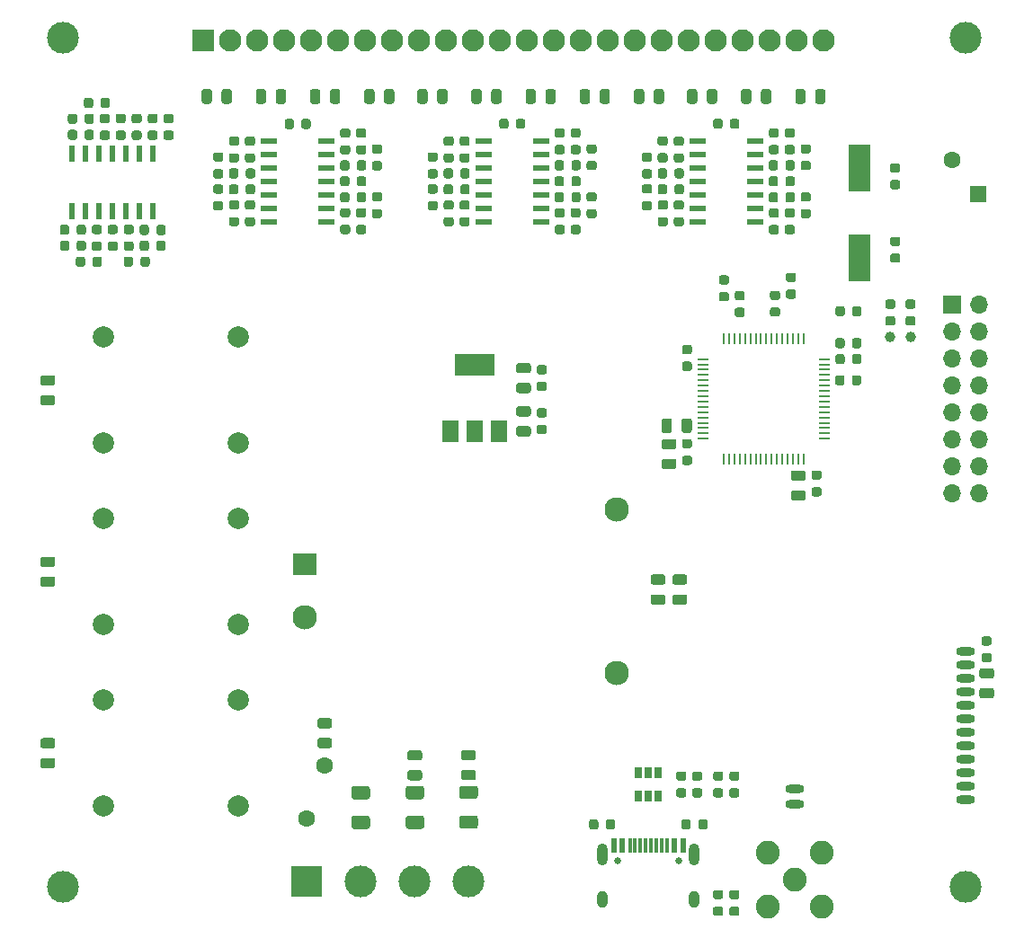
<source format=gbr>
G04 #@! TF.GenerationSoftware,KiCad,Pcbnew,5.1.8-db9833491~87~ubuntu20.04.1*
G04 #@! TF.CreationDate,2020-11-25T08:58:25+01:00*
G04 #@! TF.ProjectId,snoopy,736e6f6f-7079-42e6-9b69-6361645f7063,v1.0*
G04 #@! TF.SameCoordinates,Original*
G04 #@! TF.FileFunction,Soldermask,Top*
G04 #@! TF.FilePolarity,Negative*
%FSLAX46Y46*%
G04 Gerber Fmt 4.6, Leading zero omitted, Abs format (unit mm)*
G04 Created by KiCad (PCBNEW 5.1.8-db9833491~87~ubuntu20.04.1) date 2020-11-25 08:58:25*
%MOMM*%
%LPD*%
G01*
G04 APERTURE LIST*
%ADD10C,2.300000*%
%ADD11R,2.300000X2.000000*%
%ADD12R,1.500000X0.600000*%
%ADD13R,0.600000X1.500000*%
%ADD14R,3.800000X2.000000*%
%ADD15R,1.500000X2.000000*%
%ADD16R,0.250000X1.000000*%
%ADD17R,1.000000X0.250000*%
%ADD18C,3.000000*%
%ADD19R,1.700000X1.700000*%
%ADD20O,1.700000X1.700000*%
%ADD21R,2.000000X4.500000*%
%ADD22C,1.000000*%
%ADD23R,3.000000X3.000000*%
%ADD24C,1.600000*%
%ADD25R,0.650000X1.060000*%
%ADD26R,1.600000X1.600000*%
%ADD27C,2.250000*%
%ADD28R,2.100000X2.100000*%
%ADD29C,2.100000*%
%ADD30O,1.000000X1.600000*%
%ADD31C,0.650000*%
%ADD32O,1.000000X2.100000*%
%ADD33R,0.300000X1.450000*%
%ADD34R,0.600000X1.450000*%
%ADD35C,2.000000*%
%ADD36O,1.800000X0.800000*%
G04 APERTURE END LIST*
D10*
X157180000Y-111900000D03*
D11*
X127780000Y-117100000D03*
D10*
X127780000Y-122100000D03*
X157180000Y-127300000D03*
G36*
G01*
X113716250Y-75520000D02*
X113203750Y-75520000D01*
G75*
G02*
X112985000Y-75301250I0J218750D01*
G01*
X112985000Y-74863750D01*
G75*
G02*
X113203750Y-74645000I218750J0D01*
G01*
X113716250Y-74645000D01*
G75*
G02*
X113935000Y-74863750I0J-218750D01*
G01*
X113935000Y-75301250D01*
G75*
G02*
X113716250Y-75520000I-218750J0D01*
G01*
G37*
G36*
G01*
X113716250Y-77095000D02*
X113203750Y-77095000D01*
G75*
G02*
X112985000Y-76876250I0J218750D01*
G01*
X112985000Y-76438750D01*
G75*
G02*
X113203750Y-76220000I218750J0D01*
G01*
X113716250Y-76220000D01*
G75*
G02*
X113935000Y-76438750I0J-218750D01*
G01*
X113935000Y-76876250D01*
G75*
G02*
X113716250Y-77095000I-218750J0D01*
G01*
G37*
G36*
G01*
X134846250Y-84475000D02*
X134333750Y-84475000D01*
G75*
G02*
X134115000Y-84256250I0J218750D01*
G01*
X134115000Y-83818750D01*
G75*
G02*
X134333750Y-83600000I218750J0D01*
G01*
X134846250Y-83600000D01*
G75*
G02*
X135065000Y-83818750I0J-218750D01*
G01*
X135065000Y-84256250D01*
G75*
G02*
X134846250Y-84475000I-218750J0D01*
G01*
G37*
G36*
G01*
X134846250Y-82900000D02*
X134333750Y-82900000D01*
G75*
G02*
X134115000Y-82681250I0J218750D01*
G01*
X134115000Y-82243750D01*
G75*
G02*
X134333750Y-82025000I218750J0D01*
G01*
X134846250Y-82025000D01*
G75*
G02*
X135065000Y-82243750I0J-218750D01*
G01*
X135065000Y-82681250D01*
G75*
G02*
X134846250Y-82900000I-218750J0D01*
G01*
G37*
G36*
G01*
X133346250Y-84400000D02*
X132833750Y-84400000D01*
G75*
G02*
X132615000Y-84181250I0J218750D01*
G01*
X132615000Y-83743750D01*
G75*
G02*
X132833750Y-83525000I218750J0D01*
G01*
X133346250Y-83525000D01*
G75*
G02*
X133565000Y-83743750I0J-218750D01*
G01*
X133565000Y-84181250D01*
G75*
G02*
X133346250Y-84400000I-218750J0D01*
G01*
G37*
G36*
G01*
X133346250Y-85975000D02*
X132833750Y-85975000D01*
G75*
G02*
X132615000Y-85756250I0J218750D01*
G01*
X132615000Y-85318750D01*
G75*
G02*
X132833750Y-85100000I218750J0D01*
G01*
X133346250Y-85100000D01*
G75*
G02*
X133565000Y-85318750I0J-218750D01*
G01*
X133565000Y-85756250D01*
G75*
G02*
X133346250Y-85975000I-218750J0D01*
G01*
G37*
G36*
G01*
X119373750Y-78275000D02*
X119886250Y-78275000D01*
G75*
G02*
X120105000Y-78493750I0J-218750D01*
G01*
X120105000Y-78931250D01*
G75*
G02*
X119886250Y-79150000I-218750J0D01*
G01*
X119373750Y-79150000D01*
G75*
G02*
X119155000Y-78931250I0J218750D01*
G01*
X119155000Y-78493750D01*
G75*
G02*
X119373750Y-78275000I218750J0D01*
G01*
G37*
G36*
G01*
X119373750Y-79850000D02*
X119886250Y-79850000D01*
G75*
G02*
X120105000Y-80068750I0J-218750D01*
G01*
X120105000Y-80506250D01*
G75*
G02*
X119886250Y-80725000I-218750J0D01*
G01*
X119373750Y-80725000D01*
G75*
G02*
X119155000Y-80506250I0J218750D01*
G01*
X119155000Y-80068750D01*
G75*
G02*
X119373750Y-79850000I218750J0D01*
G01*
G37*
G36*
G01*
X119886250Y-83735000D02*
X119373750Y-83735000D01*
G75*
G02*
X119155000Y-83516250I0J218750D01*
G01*
X119155000Y-83078750D01*
G75*
G02*
X119373750Y-82860000I218750J0D01*
G01*
X119886250Y-82860000D01*
G75*
G02*
X120105000Y-83078750I0J-218750D01*
G01*
X120105000Y-83516250D01*
G75*
G02*
X119886250Y-83735000I-218750J0D01*
G01*
G37*
G36*
G01*
X119886250Y-82160000D02*
X119373750Y-82160000D01*
G75*
G02*
X119155000Y-81941250I0J218750D01*
G01*
X119155000Y-81503750D01*
G75*
G02*
X119373750Y-81285000I218750J0D01*
G01*
X119886250Y-81285000D01*
G75*
G02*
X120105000Y-81503750I0J-218750D01*
G01*
X120105000Y-81941250D01*
G75*
G02*
X119886250Y-82160000I-218750J0D01*
G01*
G37*
G36*
G01*
X134333750Y-79090000D02*
X134846250Y-79090000D01*
G75*
G02*
X135065000Y-79308750I0J-218750D01*
G01*
X135065000Y-79746250D01*
G75*
G02*
X134846250Y-79965000I-218750J0D01*
G01*
X134333750Y-79965000D01*
G75*
G02*
X134115000Y-79746250I0J218750D01*
G01*
X134115000Y-79308750D01*
G75*
G02*
X134333750Y-79090000I218750J0D01*
G01*
G37*
G36*
G01*
X134333750Y-77515000D02*
X134846250Y-77515000D01*
G75*
G02*
X135065000Y-77733750I0J-218750D01*
G01*
X135065000Y-78171250D01*
G75*
G02*
X134846250Y-78390000I-218750J0D01*
G01*
X134333750Y-78390000D01*
G75*
G02*
X134115000Y-78171250I0J218750D01*
G01*
X134115000Y-77733750D01*
G75*
G02*
X134333750Y-77515000I218750J0D01*
G01*
G37*
G36*
G01*
X120873750Y-78350000D02*
X121386250Y-78350000D01*
G75*
G02*
X121605000Y-78568750I0J-218750D01*
G01*
X121605000Y-79006250D01*
G75*
G02*
X121386250Y-79225000I-218750J0D01*
G01*
X120873750Y-79225000D01*
G75*
G02*
X120655000Y-79006250I0J218750D01*
G01*
X120655000Y-78568750D01*
G75*
G02*
X120873750Y-78350000I218750J0D01*
G01*
G37*
G36*
G01*
X120873750Y-76775000D02*
X121386250Y-76775000D01*
G75*
G02*
X121605000Y-76993750I0J-218750D01*
G01*
X121605000Y-77431250D01*
G75*
G02*
X121386250Y-77650000I-218750J0D01*
G01*
X120873750Y-77650000D01*
G75*
G02*
X120655000Y-77431250I0J218750D01*
G01*
X120655000Y-76993750D01*
G75*
G02*
X120873750Y-76775000I218750J0D01*
G01*
G37*
G36*
G01*
X121386250Y-85235000D02*
X120873750Y-85235000D01*
G75*
G02*
X120655000Y-85016250I0J218750D01*
G01*
X120655000Y-84578750D01*
G75*
G02*
X120873750Y-84360000I218750J0D01*
G01*
X121386250Y-84360000D01*
G75*
G02*
X121605000Y-84578750I0J-218750D01*
G01*
X121605000Y-85016250D01*
G75*
G02*
X121386250Y-85235000I-218750J0D01*
G01*
G37*
G36*
G01*
X121386250Y-83660000D02*
X120873750Y-83660000D01*
G75*
G02*
X120655000Y-83441250I0J218750D01*
G01*
X120655000Y-83003750D01*
G75*
G02*
X120873750Y-82785000I218750J0D01*
G01*
X121386250Y-82785000D01*
G75*
G02*
X121605000Y-83003750I0J-218750D01*
G01*
X121605000Y-83441250D01*
G75*
G02*
X121386250Y-83660000I-218750J0D01*
G01*
G37*
G36*
G01*
X132833750Y-77590000D02*
X133346250Y-77590000D01*
G75*
G02*
X133565000Y-77808750I0J-218750D01*
G01*
X133565000Y-78246250D01*
G75*
G02*
X133346250Y-78465000I-218750J0D01*
G01*
X132833750Y-78465000D01*
G75*
G02*
X132615000Y-78246250I0J218750D01*
G01*
X132615000Y-77808750D01*
G75*
G02*
X132833750Y-77590000I218750J0D01*
G01*
G37*
G36*
G01*
X132833750Y-76015000D02*
X133346250Y-76015000D01*
G75*
G02*
X133565000Y-76233750I0J-218750D01*
G01*
X133565000Y-76671250D01*
G75*
G02*
X133346250Y-76890000I-218750J0D01*
G01*
X132833750Y-76890000D01*
G75*
G02*
X132615000Y-76671250I0J218750D01*
G01*
X132615000Y-76233750D01*
G75*
G02*
X132833750Y-76015000I218750J0D01*
G01*
G37*
G36*
G01*
X155056250Y-84475000D02*
X154543750Y-84475000D01*
G75*
G02*
X154325000Y-84256250I0J218750D01*
G01*
X154325000Y-83818750D01*
G75*
G02*
X154543750Y-83600000I218750J0D01*
G01*
X155056250Y-83600000D01*
G75*
G02*
X155275000Y-83818750I0J-218750D01*
G01*
X155275000Y-84256250D01*
G75*
G02*
X155056250Y-84475000I-218750J0D01*
G01*
G37*
G36*
G01*
X155056250Y-82900000D02*
X154543750Y-82900000D01*
G75*
G02*
X154325000Y-82681250I0J218750D01*
G01*
X154325000Y-82243750D01*
G75*
G02*
X154543750Y-82025000I218750J0D01*
G01*
X155056250Y-82025000D01*
G75*
G02*
X155275000Y-82243750I0J-218750D01*
G01*
X155275000Y-82681250D01*
G75*
G02*
X155056250Y-82900000I-218750J0D01*
G01*
G37*
G36*
G01*
X154543750Y-79080000D02*
X155056250Y-79080000D01*
G75*
G02*
X155275000Y-79298750I0J-218750D01*
G01*
X155275000Y-79736250D01*
G75*
G02*
X155056250Y-79955000I-218750J0D01*
G01*
X154543750Y-79955000D01*
G75*
G02*
X154325000Y-79736250I0J218750D01*
G01*
X154325000Y-79298750D01*
G75*
G02*
X154543750Y-79080000I218750J0D01*
G01*
G37*
G36*
G01*
X154543750Y-77505000D02*
X155056250Y-77505000D01*
G75*
G02*
X155275000Y-77723750I0J-218750D01*
G01*
X155275000Y-78161250D01*
G75*
G02*
X155056250Y-78380000I-218750J0D01*
G01*
X154543750Y-78380000D01*
G75*
G02*
X154325000Y-78161250I0J218750D01*
G01*
X154325000Y-77723750D01*
G75*
G02*
X154543750Y-77505000I218750J0D01*
G01*
G37*
G36*
G01*
X139573750Y-78275000D02*
X140086250Y-78275000D01*
G75*
G02*
X140305000Y-78493750I0J-218750D01*
G01*
X140305000Y-78931250D01*
G75*
G02*
X140086250Y-79150000I-218750J0D01*
G01*
X139573750Y-79150000D01*
G75*
G02*
X139355000Y-78931250I0J218750D01*
G01*
X139355000Y-78493750D01*
G75*
G02*
X139573750Y-78275000I218750J0D01*
G01*
G37*
G36*
G01*
X139573750Y-79850000D02*
X140086250Y-79850000D01*
G75*
G02*
X140305000Y-80068750I0J-218750D01*
G01*
X140305000Y-80506250D01*
G75*
G02*
X140086250Y-80725000I-218750J0D01*
G01*
X139573750Y-80725000D01*
G75*
G02*
X139355000Y-80506250I0J218750D01*
G01*
X139355000Y-80068750D01*
G75*
G02*
X139573750Y-79850000I218750J0D01*
G01*
G37*
G36*
G01*
X140086250Y-83735000D02*
X139573750Y-83735000D01*
G75*
G02*
X139355000Y-83516250I0J218750D01*
G01*
X139355000Y-83078750D01*
G75*
G02*
X139573750Y-82860000I218750J0D01*
G01*
X140086250Y-82860000D01*
G75*
G02*
X140305000Y-83078750I0J-218750D01*
G01*
X140305000Y-83516250D01*
G75*
G02*
X140086250Y-83735000I-218750J0D01*
G01*
G37*
G36*
G01*
X140086250Y-82160000D02*
X139573750Y-82160000D01*
G75*
G02*
X139355000Y-81941250I0J218750D01*
G01*
X139355000Y-81503750D01*
G75*
G02*
X139573750Y-81285000I218750J0D01*
G01*
X140086250Y-81285000D01*
G75*
G02*
X140305000Y-81503750I0J-218750D01*
G01*
X140305000Y-81941250D01*
G75*
G02*
X140086250Y-82160000I-218750J0D01*
G01*
G37*
G36*
G01*
X153546250Y-84410000D02*
X153033750Y-84410000D01*
G75*
G02*
X152815000Y-84191250I0J218750D01*
G01*
X152815000Y-83753750D01*
G75*
G02*
X153033750Y-83535000I218750J0D01*
G01*
X153546250Y-83535000D01*
G75*
G02*
X153765000Y-83753750I0J-218750D01*
G01*
X153765000Y-84191250D01*
G75*
G02*
X153546250Y-84410000I-218750J0D01*
G01*
G37*
G36*
G01*
X153546250Y-85985000D02*
X153033750Y-85985000D01*
G75*
G02*
X152815000Y-85766250I0J218750D01*
G01*
X152815000Y-85328750D01*
G75*
G02*
X153033750Y-85110000I218750J0D01*
G01*
X153546250Y-85110000D01*
G75*
G02*
X153765000Y-85328750I0J-218750D01*
G01*
X153765000Y-85766250D01*
G75*
G02*
X153546250Y-85985000I-218750J0D01*
G01*
G37*
G36*
G01*
X153033750Y-77580000D02*
X153546250Y-77580000D01*
G75*
G02*
X153765000Y-77798750I0J-218750D01*
G01*
X153765000Y-78236250D01*
G75*
G02*
X153546250Y-78455000I-218750J0D01*
G01*
X153033750Y-78455000D01*
G75*
G02*
X152815000Y-78236250I0J218750D01*
G01*
X152815000Y-77798750D01*
G75*
G02*
X153033750Y-77580000I218750J0D01*
G01*
G37*
G36*
G01*
X153033750Y-76005000D02*
X153546250Y-76005000D01*
G75*
G02*
X153765000Y-76223750I0J-218750D01*
G01*
X153765000Y-76661250D01*
G75*
G02*
X153546250Y-76880000I-218750J0D01*
G01*
X153033750Y-76880000D01*
G75*
G02*
X152815000Y-76661250I0J218750D01*
G01*
X152815000Y-76223750D01*
G75*
G02*
X153033750Y-76005000I218750J0D01*
G01*
G37*
G36*
G01*
X141083750Y-78350000D02*
X141596250Y-78350000D01*
G75*
G02*
X141815000Y-78568750I0J-218750D01*
G01*
X141815000Y-79006250D01*
G75*
G02*
X141596250Y-79225000I-218750J0D01*
G01*
X141083750Y-79225000D01*
G75*
G02*
X140865000Y-79006250I0J218750D01*
G01*
X140865000Y-78568750D01*
G75*
G02*
X141083750Y-78350000I218750J0D01*
G01*
G37*
G36*
G01*
X141083750Y-76775000D02*
X141596250Y-76775000D01*
G75*
G02*
X141815000Y-76993750I0J-218750D01*
G01*
X141815000Y-77431250D01*
G75*
G02*
X141596250Y-77650000I-218750J0D01*
G01*
X141083750Y-77650000D01*
G75*
G02*
X140865000Y-77431250I0J218750D01*
G01*
X140865000Y-76993750D01*
G75*
G02*
X141083750Y-76775000I218750J0D01*
G01*
G37*
G36*
G01*
X141596250Y-85245000D02*
X141083750Y-85245000D01*
G75*
G02*
X140865000Y-85026250I0J218750D01*
G01*
X140865000Y-84588750D01*
G75*
G02*
X141083750Y-84370000I218750J0D01*
G01*
X141596250Y-84370000D01*
G75*
G02*
X141815000Y-84588750I0J-218750D01*
G01*
X141815000Y-85026250D01*
G75*
G02*
X141596250Y-85245000I-218750J0D01*
G01*
G37*
G36*
G01*
X141596250Y-83670000D02*
X141083750Y-83670000D01*
G75*
G02*
X140865000Y-83451250I0J218750D01*
G01*
X140865000Y-83013750D01*
G75*
G02*
X141083750Y-82795000I218750J0D01*
G01*
X141596250Y-82795000D01*
G75*
G02*
X141815000Y-83013750I0J-218750D01*
G01*
X141815000Y-83451250D01*
G75*
G02*
X141596250Y-83670000I-218750J0D01*
G01*
G37*
G36*
G01*
X159753750Y-79850000D02*
X160266250Y-79850000D01*
G75*
G02*
X160485000Y-80068750I0J-218750D01*
G01*
X160485000Y-80506250D01*
G75*
G02*
X160266250Y-80725000I-218750J0D01*
G01*
X159753750Y-80725000D01*
G75*
G02*
X159535000Y-80506250I0J218750D01*
G01*
X159535000Y-80068750D01*
G75*
G02*
X159753750Y-79850000I218750J0D01*
G01*
G37*
G36*
G01*
X159753750Y-78275000D02*
X160266250Y-78275000D01*
G75*
G02*
X160485000Y-78493750I0J-218750D01*
G01*
X160485000Y-78931250D01*
G75*
G02*
X160266250Y-79150000I-218750J0D01*
G01*
X159753750Y-79150000D01*
G75*
G02*
X159535000Y-78931250I0J218750D01*
G01*
X159535000Y-78493750D01*
G75*
G02*
X159753750Y-78275000I218750J0D01*
G01*
G37*
G36*
G01*
X160266250Y-82150000D02*
X159753750Y-82150000D01*
G75*
G02*
X159535000Y-81931250I0J218750D01*
G01*
X159535000Y-81493750D01*
G75*
G02*
X159753750Y-81275000I218750J0D01*
G01*
X160266250Y-81275000D01*
G75*
G02*
X160485000Y-81493750I0J-218750D01*
G01*
X160485000Y-81931250D01*
G75*
G02*
X160266250Y-82150000I-218750J0D01*
G01*
G37*
G36*
G01*
X160266250Y-83725000D02*
X159753750Y-83725000D01*
G75*
G02*
X159535000Y-83506250I0J218750D01*
G01*
X159535000Y-83068750D01*
G75*
G02*
X159753750Y-82850000I218750J0D01*
G01*
X160266250Y-82850000D01*
G75*
G02*
X160485000Y-83068750I0J-218750D01*
G01*
X160485000Y-83506250D01*
G75*
G02*
X160266250Y-83725000I-218750J0D01*
G01*
G37*
G36*
G01*
X175226250Y-82910000D02*
X174713750Y-82910000D01*
G75*
G02*
X174495000Y-82691250I0J218750D01*
G01*
X174495000Y-82253750D01*
G75*
G02*
X174713750Y-82035000I218750J0D01*
G01*
X175226250Y-82035000D01*
G75*
G02*
X175445000Y-82253750I0J-218750D01*
G01*
X175445000Y-82691250D01*
G75*
G02*
X175226250Y-82910000I-218750J0D01*
G01*
G37*
G36*
G01*
X175226250Y-84485000D02*
X174713750Y-84485000D01*
G75*
G02*
X174495000Y-84266250I0J218750D01*
G01*
X174495000Y-83828750D01*
G75*
G02*
X174713750Y-83610000I218750J0D01*
G01*
X175226250Y-83610000D01*
G75*
G02*
X175445000Y-83828750I0J-218750D01*
G01*
X175445000Y-84266250D01*
G75*
G02*
X175226250Y-84485000I-218750J0D01*
G01*
G37*
G36*
G01*
X174713750Y-77505000D02*
X175226250Y-77505000D01*
G75*
G02*
X175445000Y-77723750I0J-218750D01*
G01*
X175445000Y-78161250D01*
G75*
G02*
X175226250Y-78380000I-218750J0D01*
G01*
X174713750Y-78380000D01*
G75*
G02*
X174495000Y-78161250I0J218750D01*
G01*
X174495000Y-77723750D01*
G75*
G02*
X174713750Y-77505000I218750J0D01*
G01*
G37*
G36*
G01*
X174713750Y-79080000D02*
X175226250Y-79080000D01*
G75*
G02*
X175445000Y-79298750I0J-218750D01*
G01*
X175445000Y-79736250D01*
G75*
G02*
X175226250Y-79955000I-218750J0D01*
G01*
X174713750Y-79955000D01*
G75*
G02*
X174495000Y-79736250I0J218750D01*
G01*
X174495000Y-79298750D01*
G75*
G02*
X174713750Y-79080000I218750J0D01*
G01*
G37*
G36*
G01*
X161233750Y-76765000D02*
X161746250Y-76765000D01*
G75*
G02*
X161965000Y-76983750I0J-218750D01*
G01*
X161965000Y-77421250D01*
G75*
G02*
X161746250Y-77640000I-218750J0D01*
G01*
X161233750Y-77640000D01*
G75*
G02*
X161015000Y-77421250I0J218750D01*
G01*
X161015000Y-76983750D01*
G75*
G02*
X161233750Y-76765000I218750J0D01*
G01*
G37*
G36*
G01*
X161233750Y-78340000D02*
X161746250Y-78340000D01*
G75*
G02*
X161965000Y-78558750I0J-218750D01*
G01*
X161965000Y-78996250D01*
G75*
G02*
X161746250Y-79215000I-218750J0D01*
G01*
X161233750Y-79215000D01*
G75*
G02*
X161015000Y-78996250I0J218750D01*
G01*
X161015000Y-78558750D01*
G75*
G02*
X161233750Y-78340000I218750J0D01*
G01*
G37*
G36*
G01*
X161766250Y-85235000D02*
X161253750Y-85235000D01*
G75*
G02*
X161035000Y-85016250I0J218750D01*
G01*
X161035000Y-84578750D01*
G75*
G02*
X161253750Y-84360000I218750J0D01*
G01*
X161766250Y-84360000D01*
G75*
G02*
X161985000Y-84578750I0J-218750D01*
G01*
X161985000Y-85016250D01*
G75*
G02*
X161766250Y-85235000I-218750J0D01*
G01*
G37*
G36*
G01*
X161766250Y-83660000D02*
X161253750Y-83660000D01*
G75*
G02*
X161035000Y-83441250I0J218750D01*
G01*
X161035000Y-83003750D01*
G75*
G02*
X161253750Y-82785000I218750J0D01*
G01*
X161766250Y-82785000D01*
G75*
G02*
X161985000Y-83003750I0J-218750D01*
G01*
X161985000Y-83441250D01*
G75*
G02*
X161766250Y-83660000I-218750J0D01*
G01*
G37*
G36*
G01*
X173716250Y-84420000D02*
X173203750Y-84420000D01*
G75*
G02*
X172985000Y-84201250I0J218750D01*
G01*
X172985000Y-83763750D01*
G75*
G02*
X173203750Y-83545000I218750J0D01*
G01*
X173716250Y-83545000D01*
G75*
G02*
X173935000Y-83763750I0J-218750D01*
G01*
X173935000Y-84201250D01*
G75*
G02*
X173716250Y-84420000I-218750J0D01*
G01*
G37*
G36*
G01*
X173716250Y-85995000D02*
X173203750Y-85995000D01*
G75*
G02*
X172985000Y-85776250I0J218750D01*
G01*
X172985000Y-85338750D01*
G75*
G02*
X173203750Y-85120000I218750J0D01*
G01*
X173716250Y-85120000D01*
G75*
G02*
X173935000Y-85338750I0J-218750D01*
G01*
X173935000Y-85776250D01*
G75*
G02*
X173716250Y-85995000I-218750J0D01*
G01*
G37*
G36*
G01*
X173203750Y-76005000D02*
X173716250Y-76005000D01*
G75*
G02*
X173935000Y-76223750I0J-218750D01*
G01*
X173935000Y-76661250D01*
G75*
G02*
X173716250Y-76880000I-218750J0D01*
G01*
X173203750Y-76880000D01*
G75*
G02*
X172985000Y-76661250I0J218750D01*
G01*
X172985000Y-76223750D01*
G75*
G02*
X173203750Y-76005000I218750J0D01*
G01*
G37*
G36*
G01*
X173203750Y-77580000D02*
X173716250Y-77580000D01*
G75*
G02*
X173935000Y-77798750I0J-218750D01*
G01*
X173935000Y-78236250D01*
G75*
G02*
X173716250Y-78455000I-218750J0D01*
G01*
X173203750Y-78455000D01*
G75*
G02*
X172985000Y-78236250I0J218750D01*
G01*
X172985000Y-77798750D01*
G75*
G02*
X173203750Y-77580000I218750J0D01*
G01*
G37*
G36*
G01*
X131115000Y-81256250D02*
X131115000Y-80743750D01*
G75*
G02*
X131333750Y-80525000I218750J0D01*
G01*
X131771250Y-80525000D01*
G75*
G02*
X131990000Y-80743750I0J-218750D01*
G01*
X131990000Y-81256250D01*
G75*
G02*
X131771250Y-81475000I-218750J0D01*
G01*
X131333750Y-81475000D01*
G75*
G02*
X131115000Y-81256250I0J218750D01*
G01*
G37*
G36*
G01*
X132690000Y-81256250D02*
X132690000Y-80743750D01*
G75*
G02*
X132908750Y-80525000I218750J0D01*
G01*
X133346250Y-80525000D01*
G75*
G02*
X133565000Y-80743750I0J-218750D01*
G01*
X133565000Y-81256250D01*
G75*
G02*
X133346250Y-81475000I-218750J0D01*
G01*
X132908750Y-81475000D01*
G75*
G02*
X132690000Y-81256250I0J218750D01*
G01*
G37*
G36*
G01*
X152890000Y-81256250D02*
X152890000Y-80743750D01*
G75*
G02*
X153108750Y-80525000I218750J0D01*
G01*
X153546250Y-80525000D01*
G75*
G02*
X153765000Y-80743750I0J-218750D01*
G01*
X153765000Y-81256250D01*
G75*
G02*
X153546250Y-81475000I-218750J0D01*
G01*
X153108750Y-81475000D01*
G75*
G02*
X152890000Y-81256250I0J218750D01*
G01*
G37*
G36*
G01*
X151315000Y-81256250D02*
X151315000Y-80743750D01*
G75*
G02*
X151533750Y-80525000I218750J0D01*
G01*
X151971250Y-80525000D01*
G75*
G02*
X152190000Y-80743750I0J-218750D01*
G01*
X152190000Y-81256250D01*
G75*
G02*
X151971250Y-81475000I-218750J0D01*
G01*
X151533750Y-81475000D01*
G75*
G02*
X151315000Y-81256250I0J218750D01*
G01*
G37*
G36*
G01*
X171485000Y-81256250D02*
X171485000Y-80743750D01*
G75*
G02*
X171703750Y-80525000I218750J0D01*
G01*
X172141250Y-80525000D01*
G75*
G02*
X172360000Y-80743750I0J-218750D01*
G01*
X172360000Y-81256250D01*
G75*
G02*
X172141250Y-81475000I-218750J0D01*
G01*
X171703750Y-81475000D01*
G75*
G02*
X171485000Y-81256250I0J218750D01*
G01*
G37*
G36*
G01*
X173060000Y-81256250D02*
X173060000Y-80743750D01*
G75*
G02*
X173278750Y-80525000I218750J0D01*
G01*
X173716250Y-80525000D01*
G75*
G02*
X173935000Y-80743750I0J-218750D01*
G01*
X173935000Y-81256250D01*
G75*
G02*
X173716250Y-81475000I-218750J0D01*
G01*
X173278750Y-81475000D01*
G75*
G02*
X173060000Y-81256250I0J218750D01*
G01*
G37*
G36*
G01*
X111610000Y-88323750D02*
X111610000Y-88836250D01*
G75*
G02*
X111391250Y-89055000I-218750J0D01*
G01*
X110953750Y-89055000D01*
G75*
G02*
X110735000Y-88836250I0J218750D01*
G01*
X110735000Y-88323750D01*
G75*
G02*
X110953750Y-88105000I218750J0D01*
G01*
X111391250Y-88105000D01*
G75*
G02*
X111610000Y-88323750I0J-218750D01*
G01*
G37*
G36*
G01*
X113185000Y-88323750D02*
X113185000Y-88836250D01*
G75*
G02*
X112966250Y-89055000I-218750J0D01*
G01*
X112528750Y-89055000D01*
G75*
G02*
X112310000Y-88836250I0J218750D01*
G01*
X112310000Y-88323750D01*
G75*
G02*
X112528750Y-88105000I218750J0D01*
G01*
X112966250Y-88105000D01*
G75*
G02*
X113185000Y-88323750I0J-218750D01*
G01*
G37*
G36*
G01*
X108550000Y-73866250D02*
X108550000Y-73353750D01*
G75*
G02*
X108768750Y-73135000I218750J0D01*
G01*
X109206250Y-73135000D01*
G75*
G02*
X109425000Y-73353750I0J-218750D01*
G01*
X109425000Y-73866250D01*
G75*
G02*
X109206250Y-74085000I-218750J0D01*
G01*
X108768750Y-74085000D01*
G75*
G02*
X108550000Y-73866250I0J218750D01*
G01*
G37*
G36*
G01*
X106975000Y-73866250D02*
X106975000Y-73353750D01*
G75*
G02*
X107193750Y-73135000I218750J0D01*
G01*
X107631250Y-73135000D01*
G75*
G02*
X107850000Y-73353750I0J-218750D01*
G01*
X107850000Y-73866250D01*
G75*
G02*
X107631250Y-74085000I-218750J0D01*
G01*
X107193750Y-74085000D01*
G75*
G02*
X106975000Y-73866250I0J218750D01*
G01*
G37*
G36*
G01*
X106225000Y-88836250D02*
X106225000Y-88323750D01*
G75*
G02*
X106443750Y-88105000I218750J0D01*
G01*
X106881250Y-88105000D01*
G75*
G02*
X107100000Y-88323750I0J-218750D01*
G01*
X107100000Y-88836250D01*
G75*
G02*
X106881250Y-89055000I-218750J0D01*
G01*
X106443750Y-89055000D01*
G75*
G02*
X106225000Y-88836250I0J218750D01*
G01*
G37*
G36*
G01*
X107800000Y-88836250D02*
X107800000Y-88323750D01*
G75*
G02*
X108018750Y-88105000I218750J0D01*
G01*
X108456250Y-88105000D01*
G75*
G02*
X108675000Y-88323750I0J-218750D01*
G01*
X108675000Y-88836250D01*
G75*
G02*
X108456250Y-89055000I-218750J0D01*
G01*
X108018750Y-89055000D01*
G75*
G02*
X107800000Y-88836250I0J218750D01*
G01*
G37*
G36*
G01*
X109443750Y-86670000D02*
X109956250Y-86670000D01*
G75*
G02*
X110175000Y-86888750I0J-218750D01*
G01*
X110175000Y-87326250D01*
G75*
G02*
X109956250Y-87545000I-218750J0D01*
G01*
X109443750Y-87545000D01*
G75*
G02*
X109225000Y-87326250I0J218750D01*
G01*
X109225000Y-86888750D01*
G75*
G02*
X109443750Y-86670000I218750J0D01*
G01*
G37*
G36*
G01*
X109443750Y-85095000D02*
X109956250Y-85095000D01*
G75*
G02*
X110175000Y-85313750I0J-218750D01*
G01*
X110175000Y-85751250D01*
G75*
G02*
X109956250Y-85970000I-218750J0D01*
G01*
X109443750Y-85970000D01*
G75*
G02*
X109225000Y-85751250I0J218750D01*
G01*
X109225000Y-85313750D01*
G75*
G02*
X109443750Y-85095000I218750J0D01*
G01*
G37*
G36*
G01*
X149843750Y-103950000D02*
X150356250Y-103950000D01*
G75*
G02*
X150575000Y-104168750I0J-218750D01*
G01*
X150575000Y-104606250D01*
G75*
G02*
X150356250Y-104825000I-218750J0D01*
G01*
X149843750Y-104825000D01*
G75*
G02*
X149625000Y-104606250I0J218750D01*
G01*
X149625000Y-104168750D01*
G75*
G02*
X149843750Y-103950000I218750J0D01*
G01*
G37*
G36*
G01*
X149843750Y-102375000D02*
X150356250Y-102375000D01*
G75*
G02*
X150575000Y-102593750I0J-218750D01*
G01*
X150575000Y-103031250D01*
G75*
G02*
X150356250Y-103250000I-218750J0D01*
G01*
X149843750Y-103250000D01*
G75*
G02*
X149625000Y-103031250I0J218750D01*
G01*
X149625000Y-102593750D01*
G75*
G02*
X149843750Y-102375000I218750J0D01*
G01*
G37*
G36*
G01*
X114685000Y-86813750D02*
X114685000Y-87326250D01*
G75*
G02*
X114466250Y-87545000I-218750J0D01*
G01*
X114028750Y-87545000D01*
G75*
G02*
X113810000Y-87326250I0J218750D01*
G01*
X113810000Y-86813750D01*
G75*
G02*
X114028750Y-86595000I218750J0D01*
G01*
X114466250Y-86595000D01*
G75*
G02*
X114685000Y-86813750I0J-218750D01*
G01*
G37*
G36*
G01*
X113110000Y-86813750D02*
X113110000Y-87326250D01*
G75*
G02*
X112891250Y-87545000I-218750J0D01*
G01*
X112453750Y-87545000D01*
G75*
G02*
X112235000Y-87326250I0J218750D01*
G01*
X112235000Y-86813750D01*
G75*
G02*
X112453750Y-86595000I218750J0D01*
G01*
X112891250Y-86595000D01*
G75*
G02*
X113110000Y-86813750I0J-218750D01*
G01*
G37*
G36*
G01*
X105475000Y-75366250D02*
X105475000Y-74853750D01*
G75*
G02*
X105693750Y-74635000I218750J0D01*
G01*
X106131250Y-74635000D01*
G75*
G02*
X106350000Y-74853750I0J-218750D01*
G01*
X106350000Y-75366250D01*
G75*
G02*
X106131250Y-75585000I-218750J0D01*
G01*
X105693750Y-75585000D01*
G75*
G02*
X105475000Y-75366250I0J218750D01*
G01*
G37*
G36*
G01*
X107050000Y-75366250D02*
X107050000Y-74853750D01*
G75*
G02*
X107268750Y-74635000I218750J0D01*
G01*
X107706250Y-74635000D01*
G75*
G02*
X107925000Y-74853750I0J-218750D01*
G01*
X107925000Y-75366250D01*
G75*
G02*
X107706250Y-75585000I-218750J0D01*
G01*
X107268750Y-75585000D01*
G75*
G02*
X107050000Y-75366250I0J218750D01*
G01*
G37*
G36*
G01*
X104725000Y-87326250D02*
X104725000Y-86813750D01*
G75*
G02*
X104943750Y-86595000I218750J0D01*
G01*
X105381250Y-86595000D01*
G75*
G02*
X105600000Y-86813750I0J-218750D01*
G01*
X105600000Y-87326250D01*
G75*
G02*
X105381250Y-87545000I-218750J0D01*
G01*
X104943750Y-87545000D01*
G75*
G02*
X104725000Y-87326250I0J218750D01*
G01*
G37*
G36*
G01*
X106300000Y-87326250D02*
X106300000Y-86813750D01*
G75*
G02*
X106518750Y-86595000I218750J0D01*
G01*
X106956250Y-86595000D01*
G75*
G02*
X107175000Y-86813750I0J-218750D01*
G01*
X107175000Y-87326250D01*
G75*
G02*
X106956250Y-87545000I-218750J0D01*
G01*
X106518750Y-87545000D01*
G75*
G02*
X106300000Y-87326250I0J218750D01*
G01*
G37*
G36*
G01*
X149843750Y-98315000D02*
X150356250Y-98315000D01*
G75*
G02*
X150575000Y-98533750I0J-218750D01*
G01*
X150575000Y-98971250D01*
G75*
G02*
X150356250Y-99190000I-218750J0D01*
G01*
X149843750Y-99190000D01*
G75*
G02*
X149625000Y-98971250I0J218750D01*
G01*
X149625000Y-98533750D01*
G75*
G02*
X149843750Y-98315000I218750J0D01*
G01*
G37*
G36*
G01*
X149843750Y-99890000D02*
X150356250Y-99890000D01*
G75*
G02*
X150575000Y-100108750I0J-218750D01*
G01*
X150575000Y-100546250D01*
G75*
G02*
X150356250Y-100765000I-218750J0D01*
G01*
X149843750Y-100765000D01*
G75*
G02*
X149625000Y-100546250I0J218750D01*
G01*
X149625000Y-100108750D01*
G75*
G02*
X149843750Y-99890000I218750J0D01*
G01*
G37*
G36*
G01*
X171813750Y-92880000D02*
X172326250Y-92880000D01*
G75*
G02*
X172545000Y-93098750I0J-218750D01*
G01*
X172545000Y-93536250D01*
G75*
G02*
X172326250Y-93755000I-218750J0D01*
G01*
X171813750Y-93755000D01*
G75*
G02*
X171595000Y-93536250I0J218750D01*
G01*
X171595000Y-93098750D01*
G75*
G02*
X171813750Y-92880000I218750J0D01*
G01*
G37*
G36*
G01*
X171813750Y-91305000D02*
X172326250Y-91305000D01*
G75*
G02*
X172545000Y-91523750I0J-218750D01*
G01*
X172545000Y-91961250D01*
G75*
G02*
X172326250Y-92180000I-218750J0D01*
G01*
X171813750Y-92180000D01*
G75*
G02*
X171595000Y-91961250I0J218750D01*
G01*
X171595000Y-91523750D01*
G75*
G02*
X171813750Y-91305000I218750J0D01*
G01*
G37*
G36*
G01*
X122230000Y-80506250D02*
X122230000Y-79993750D01*
G75*
G02*
X122448750Y-79775000I218750J0D01*
G01*
X122886250Y-79775000D01*
G75*
G02*
X123105000Y-79993750I0J-218750D01*
G01*
X123105000Y-80506250D01*
G75*
G02*
X122886250Y-80725000I-218750J0D01*
G01*
X122448750Y-80725000D01*
G75*
G02*
X122230000Y-80506250I0J218750D01*
G01*
G37*
G36*
G01*
X120655000Y-80506250D02*
X120655000Y-79993750D01*
G75*
G02*
X120873750Y-79775000I218750J0D01*
G01*
X121311250Y-79775000D01*
G75*
G02*
X121530000Y-79993750I0J-218750D01*
G01*
X121530000Y-80506250D01*
G75*
G02*
X121311250Y-80725000I-218750J0D01*
G01*
X120873750Y-80725000D01*
G75*
G02*
X120655000Y-80506250I0J218750D01*
G01*
G37*
G36*
G01*
X122230000Y-82016250D02*
X122230000Y-81503750D01*
G75*
G02*
X122448750Y-81285000I218750J0D01*
G01*
X122886250Y-81285000D01*
G75*
G02*
X123105000Y-81503750I0J-218750D01*
G01*
X123105000Y-82016250D01*
G75*
G02*
X122886250Y-82235000I-218750J0D01*
G01*
X122448750Y-82235000D01*
G75*
G02*
X122230000Y-82016250I0J218750D01*
G01*
G37*
G36*
G01*
X120655000Y-82016250D02*
X120655000Y-81503750D01*
G75*
G02*
X120873750Y-81285000I218750J0D01*
G01*
X121311250Y-81285000D01*
G75*
G02*
X121530000Y-81503750I0J-218750D01*
G01*
X121530000Y-82016250D01*
G75*
G02*
X121311250Y-82235000I-218750J0D01*
G01*
X120873750Y-82235000D01*
G75*
G02*
X120655000Y-82016250I0J218750D01*
G01*
G37*
G36*
G01*
X133565000Y-82243750D02*
X133565000Y-82756250D01*
G75*
G02*
X133346250Y-82975000I-218750J0D01*
G01*
X132908750Y-82975000D01*
G75*
G02*
X132690000Y-82756250I0J218750D01*
G01*
X132690000Y-82243750D01*
G75*
G02*
X132908750Y-82025000I218750J0D01*
G01*
X133346250Y-82025000D01*
G75*
G02*
X133565000Y-82243750I0J-218750D01*
G01*
G37*
G36*
G01*
X131990000Y-82243750D02*
X131990000Y-82756250D01*
G75*
G02*
X131771250Y-82975000I-218750J0D01*
G01*
X131333750Y-82975000D01*
G75*
G02*
X131115000Y-82756250I0J218750D01*
G01*
X131115000Y-82243750D01*
G75*
G02*
X131333750Y-82025000I218750J0D01*
G01*
X131771250Y-82025000D01*
G75*
G02*
X131990000Y-82243750I0J-218750D01*
G01*
G37*
G36*
G01*
X131990000Y-79243750D02*
X131990000Y-79756250D01*
G75*
G02*
X131771250Y-79975000I-218750J0D01*
G01*
X131333750Y-79975000D01*
G75*
G02*
X131115000Y-79756250I0J218750D01*
G01*
X131115000Y-79243750D01*
G75*
G02*
X131333750Y-79025000I218750J0D01*
G01*
X131771250Y-79025000D01*
G75*
G02*
X131990000Y-79243750I0J-218750D01*
G01*
G37*
G36*
G01*
X133565000Y-79243750D02*
X133565000Y-79756250D01*
G75*
G02*
X133346250Y-79975000I-218750J0D01*
G01*
X132908750Y-79975000D01*
G75*
G02*
X132690000Y-79756250I0J218750D01*
G01*
X132690000Y-79243750D01*
G75*
G02*
X132908750Y-79025000I218750J0D01*
G01*
X133346250Y-79025000D01*
G75*
G02*
X133565000Y-79243750I0J-218750D01*
G01*
G37*
G36*
G01*
X122886250Y-79225000D02*
X122373750Y-79225000D01*
G75*
G02*
X122155000Y-79006250I0J218750D01*
G01*
X122155000Y-78568750D01*
G75*
G02*
X122373750Y-78350000I218750J0D01*
G01*
X122886250Y-78350000D01*
G75*
G02*
X123105000Y-78568750I0J-218750D01*
G01*
X123105000Y-79006250D01*
G75*
G02*
X122886250Y-79225000I-218750J0D01*
G01*
G37*
G36*
G01*
X122886250Y-77650000D02*
X122373750Y-77650000D01*
G75*
G02*
X122155000Y-77431250I0J218750D01*
G01*
X122155000Y-76993750D01*
G75*
G02*
X122373750Y-76775000I218750J0D01*
G01*
X122886250Y-76775000D01*
G75*
G02*
X123105000Y-76993750I0J-218750D01*
G01*
X123105000Y-77431250D01*
G75*
G02*
X122886250Y-77650000I-218750J0D01*
G01*
G37*
G36*
G01*
X122373750Y-82785000D02*
X122886250Y-82785000D01*
G75*
G02*
X123105000Y-83003750I0J-218750D01*
G01*
X123105000Y-83441250D01*
G75*
G02*
X122886250Y-83660000I-218750J0D01*
G01*
X122373750Y-83660000D01*
G75*
G02*
X122155000Y-83441250I0J218750D01*
G01*
X122155000Y-83003750D01*
G75*
G02*
X122373750Y-82785000I218750J0D01*
G01*
G37*
G36*
G01*
X122373750Y-84360000D02*
X122886250Y-84360000D01*
G75*
G02*
X123105000Y-84578750I0J-218750D01*
G01*
X123105000Y-85016250D01*
G75*
G02*
X122886250Y-85235000I-218750J0D01*
G01*
X122373750Y-85235000D01*
G75*
G02*
X122155000Y-85016250I0J218750D01*
G01*
X122155000Y-84578750D01*
G75*
G02*
X122373750Y-84360000I218750J0D01*
G01*
G37*
G36*
G01*
X131333750Y-83525000D02*
X131846250Y-83525000D01*
G75*
G02*
X132065000Y-83743750I0J-218750D01*
G01*
X132065000Y-84181250D01*
G75*
G02*
X131846250Y-84400000I-218750J0D01*
G01*
X131333750Y-84400000D01*
G75*
G02*
X131115000Y-84181250I0J218750D01*
G01*
X131115000Y-83743750D01*
G75*
G02*
X131333750Y-83525000I218750J0D01*
G01*
G37*
G36*
G01*
X131333750Y-85100000D02*
X131846250Y-85100000D01*
G75*
G02*
X132065000Y-85318750I0J-218750D01*
G01*
X132065000Y-85756250D01*
G75*
G02*
X131846250Y-85975000I-218750J0D01*
G01*
X131333750Y-85975000D01*
G75*
G02*
X131115000Y-85756250I0J218750D01*
G01*
X131115000Y-85318750D01*
G75*
G02*
X131333750Y-85100000I218750J0D01*
G01*
G37*
G36*
G01*
X131846250Y-78465000D02*
X131333750Y-78465000D01*
G75*
G02*
X131115000Y-78246250I0J218750D01*
G01*
X131115000Y-77808750D01*
G75*
G02*
X131333750Y-77590000I218750J0D01*
G01*
X131846250Y-77590000D01*
G75*
G02*
X132065000Y-77808750I0J-218750D01*
G01*
X132065000Y-78246250D01*
G75*
G02*
X131846250Y-78465000I-218750J0D01*
G01*
G37*
G36*
G01*
X131846250Y-76890000D02*
X131333750Y-76890000D01*
G75*
G02*
X131115000Y-76671250I0J218750D01*
G01*
X131115000Y-76233750D01*
G75*
G02*
X131333750Y-76015000I218750J0D01*
G01*
X131846250Y-76015000D01*
G75*
G02*
X132065000Y-76233750I0J-218750D01*
G01*
X132065000Y-76671250D01*
G75*
G02*
X131846250Y-76890000I-218750J0D01*
G01*
G37*
G36*
G01*
X152190000Y-82243750D02*
X152190000Y-82756250D01*
G75*
G02*
X151971250Y-82975000I-218750J0D01*
G01*
X151533750Y-82975000D01*
G75*
G02*
X151315000Y-82756250I0J218750D01*
G01*
X151315000Y-82243750D01*
G75*
G02*
X151533750Y-82025000I218750J0D01*
G01*
X151971250Y-82025000D01*
G75*
G02*
X152190000Y-82243750I0J-218750D01*
G01*
G37*
G36*
G01*
X153765000Y-82243750D02*
X153765000Y-82756250D01*
G75*
G02*
X153546250Y-82975000I-218750J0D01*
G01*
X153108750Y-82975000D01*
G75*
G02*
X152890000Y-82756250I0J218750D01*
G01*
X152890000Y-82243750D01*
G75*
G02*
X153108750Y-82025000I218750J0D01*
G01*
X153546250Y-82025000D01*
G75*
G02*
X153765000Y-82243750I0J-218750D01*
G01*
G37*
G36*
G01*
X153765000Y-79233750D02*
X153765000Y-79746250D01*
G75*
G02*
X153546250Y-79965000I-218750J0D01*
G01*
X153108750Y-79965000D01*
G75*
G02*
X152890000Y-79746250I0J218750D01*
G01*
X152890000Y-79233750D01*
G75*
G02*
X153108750Y-79015000I218750J0D01*
G01*
X153546250Y-79015000D01*
G75*
G02*
X153765000Y-79233750I0J-218750D01*
G01*
G37*
G36*
G01*
X152190000Y-79233750D02*
X152190000Y-79746250D01*
G75*
G02*
X151971250Y-79965000I-218750J0D01*
G01*
X151533750Y-79965000D01*
G75*
G02*
X151315000Y-79746250I0J218750D01*
G01*
X151315000Y-79233750D01*
G75*
G02*
X151533750Y-79015000I218750J0D01*
G01*
X151971250Y-79015000D01*
G75*
G02*
X152190000Y-79233750I0J-218750D01*
G01*
G37*
G36*
G01*
X140865000Y-80506250D02*
X140865000Y-79993750D01*
G75*
G02*
X141083750Y-79775000I218750J0D01*
G01*
X141521250Y-79775000D01*
G75*
G02*
X141740000Y-79993750I0J-218750D01*
G01*
X141740000Y-80506250D01*
G75*
G02*
X141521250Y-80725000I-218750J0D01*
G01*
X141083750Y-80725000D01*
G75*
G02*
X140865000Y-80506250I0J218750D01*
G01*
G37*
G36*
G01*
X142440000Y-80506250D02*
X142440000Y-79993750D01*
G75*
G02*
X142658750Y-79775000I218750J0D01*
G01*
X143096250Y-79775000D01*
G75*
G02*
X143315000Y-79993750I0J-218750D01*
G01*
X143315000Y-80506250D01*
G75*
G02*
X143096250Y-80725000I-218750J0D01*
G01*
X142658750Y-80725000D01*
G75*
G02*
X142440000Y-80506250I0J218750D01*
G01*
G37*
G36*
G01*
X140865000Y-82016250D02*
X140865000Y-81503750D01*
G75*
G02*
X141083750Y-81285000I218750J0D01*
G01*
X141521250Y-81285000D01*
G75*
G02*
X141740000Y-81503750I0J-218750D01*
G01*
X141740000Y-82016250D01*
G75*
G02*
X141521250Y-82235000I-218750J0D01*
G01*
X141083750Y-82235000D01*
G75*
G02*
X140865000Y-82016250I0J218750D01*
G01*
G37*
G36*
G01*
X142440000Y-82016250D02*
X142440000Y-81503750D01*
G75*
G02*
X142658750Y-81285000I218750J0D01*
G01*
X143096250Y-81285000D01*
G75*
G02*
X143315000Y-81503750I0J-218750D01*
G01*
X143315000Y-82016250D01*
G75*
G02*
X143096250Y-82235000I-218750J0D01*
G01*
X142658750Y-82235000D01*
G75*
G02*
X142440000Y-82016250I0J218750D01*
G01*
G37*
G36*
G01*
X151543750Y-85110000D02*
X152056250Y-85110000D01*
G75*
G02*
X152275000Y-85328750I0J-218750D01*
G01*
X152275000Y-85766250D01*
G75*
G02*
X152056250Y-85985000I-218750J0D01*
G01*
X151543750Y-85985000D01*
G75*
G02*
X151325000Y-85766250I0J218750D01*
G01*
X151325000Y-85328750D01*
G75*
G02*
X151543750Y-85110000I218750J0D01*
G01*
G37*
G36*
G01*
X151543750Y-83535000D02*
X152056250Y-83535000D01*
G75*
G02*
X152275000Y-83753750I0J-218750D01*
G01*
X152275000Y-84191250D01*
G75*
G02*
X152056250Y-84410000I-218750J0D01*
G01*
X151543750Y-84410000D01*
G75*
G02*
X151325000Y-84191250I0J218750D01*
G01*
X151325000Y-83753750D01*
G75*
G02*
X151543750Y-83535000I218750J0D01*
G01*
G37*
G36*
G01*
X152046250Y-76880000D02*
X151533750Y-76880000D01*
G75*
G02*
X151315000Y-76661250I0J218750D01*
G01*
X151315000Y-76223750D01*
G75*
G02*
X151533750Y-76005000I218750J0D01*
G01*
X152046250Y-76005000D01*
G75*
G02*
X152265000Y-76223750I0J-218750D01*
G01*
X152265000Y-76661250D01*
G75*
G02*
X152046250Y-76880000I-218750J0D01*
G01*
G37*
G36*
G01*
X152046250Y-78455000D02*
X151533750Y-78455000D01*
G75*
G02*
X151315000Y-78236250I0J218750D01*
G01*
X151315000Y-77798750D01*
G75*
G02*
X151533750Y-77580000I218750J0D01*
G01*
X152046250Y-77580000D01*
G75*
G02*
X152265000Y-77798750I0J-218750D01*
G01*
X152265000Y-78236250D01*
G75*
G02*
X152046250Y-78455000I-218750J0D01*
G01*
G37*
G36*
G01*
X143096250Y-79225000D02*
X142583750Y-79225000D01*
G75*
G02*
X142365000Y-79006250I0J218750D01*
G01*
X142365000Y-78568750D01*
G75*
G02*
X142583750Y-78350000I218750J0D01*
G01*
X143096250Y-78350000D01*
G75*
G02*
X143315000Y-78568750I0J-218750D01*
G01*
X143315000Y-79006250D01*
G75*
G02*
X143096250Y-79225000I-218750J0D01*
G01*
G37*
G36*
G01*
X143096250Y-77650000D02*
X142583750Y-77650000D01*
G75*
G02*
X142365000Y-77431250I0J218750D01*
G01*
X142365000Y-76993750D01*
G75*
G02*
X142583750Y-76775000I218750J0D01*
G01*
X143096250Y-76775000D01*
G75*
G02*
X143315000Y-76993750I0J-218750D01*
G01*
X143315000Y-77431250D01*
G75*
G02*
X143096250Y-77650000I-218750J0D01*
G01*
G37*
G36*
G01*
X142583750Y-84370000D02*
X143096250Y-84370000D01*
G75*
G02*
X143315000Y-84588750I0J-218750D01*
G01*
X143315000Y-85026250D01*
G75*
G02*
X143096250Y-85245000I-218750J0D01*
G01*
X142583750Y-85245000D01*
G75*
G02*
X142365000Y-85026250I0J218750D01*
G01*
X142365000Y-84588750D01*
G75*
G02*
X142583750Y-84370000I218750J0D01*
G01*
G37*
G36*
G01*
X142583750Y-82795000D02*
X143096250Y-82795000D01*
G75*
G02*
X143315000Y-83013750I0J-218750D01*
G01*
X143315000Y-83451250D01*
G75*
G02*
X143096250Y-83670000I-218750J0D01*
G01*
X142583750Y-83670000D01*
G75*
G02*
X142365000Y-83451250I0J218750D01*
G01*
X142365000Y-83013750D01*
G75*
G02*
X142583750Y-82795000I218750J0D01*
G01*
G37*
G36*
G01*
X161035000Y-80506250D02*
X161035000Y-79993750D01*
G75*
G02*
X161253750Y-79775000I218750J0D01*
G01*
X161691250Y-79775000D01*
G75*
G02*
X161910000Y-79993750I0J-218750D01*
G01*
X161910000Y-80506250D01*
G75*
G02*
X161691250Y-80725000I-218750J0D01*
G01*
X161253750Y-80725000D01*
G75*
G02*
X161035000Y-80506250I0J218750D01*
G01*
G37*
G36*
G01*
X162610000Y-80506250D02*
X162610000Y-79993750D01*
G75*
G02*
X162828750Y-79775000I218750J0D01*
G01*
X163266250Y-79775000D01*
G75*
G02*
X163485000Y-79993750I0J-218750D01*
G01*
X163485000Y-80506250D01*
G75*
G02*
X163266250Y-80725000I-218750J0D01*
G01*
X162828750Y-80725000D01*
G75*
G02*
X162610000Y-80506250I0J218750D01*
G01*
G37*
G36*
G01*
X162610000Y-82006250D02*
X162610000Y-81493750D01*
G75*
G02*
X162828750Y-81275000I218750J0D01*
G01*
X163266250Y-81275000D01*
G75*
G02*
X163485000Y-81493750I0J-218750D01*
G01*
X163485000Y-82006250D01*
G75*
G02*
X163266250Y-82225000I-218750J0D01*
G01*
X162828750Y-82225000D01*
G75*
G02*
X162610000Y-82006250I0J218750D01*
G01*
G37*
G36*
G01*
X161035000Y-82006250D02*
X161035000Y-81493750D01*
G75*
G02*
X161253750Y-81275000I218750J0D01*
G01*
X161691250Y-81275000D01*
G75*
G02*
X161910000Y-81493750I0J-218750D01*
G01*
X161910000Y-82006250D01*
G75*
G02*
X161691250Y-82225000I-218750J0D01*
G01*
X161253750Y-82225000D01*
G75*
G02*
X161035000Y-82006250I0J218750D01*
G01*
G37*
G36*
G01*
X173935000Y-82253750D02*
X173935000Y-82766250D01*
G75*
G02*
X173716250Y-82985000I-218750J0D01*
G01*
X173278750Y-82985000D01*
G75*
G02*
X173060000Y-82766250I0J218750D01*
G01*
X173060000Y-82253750D01*
G75*
G02*
X173278750Y-82035000I218750J0D01*
G01*
X173716250Y-82035000D01*
G75*
G02*
X173935000Y-82253750I0J-218750D01*
G01*
G37*
G36*
G01*
X172360000Y-82253750D02*
X172360000Y-82766250D01*
G75*
G02*
X172141250Y-82985000I-218750J0D01*
G01*
X171703750Y-82985000D01*
G75*
G02*
X171485000Y-82766250I0J218750D01*
G01*
X171485000Y-82253750D01*
G75*
G02*
X171703750Y-82035000I218750J0D01*
G01*
X172141250Y-82035000D01*
G75*
G02*
X172360000Y-82253750I0J-218750D01*
G01*
G37*
G36*
G01*
X172360000Y-79233750D02*
X172360000Y-79746250D01*
G75*
G02*
X172141250Y-79965000I-218750J0D01*
G01*
X171703750Y-79965000D01*
G75*
G02*
X171485000Y-79746250I0J218750D01*
G01*
X171485000Y-79233750D01*
G75*
G02*
X171703750Y-79015000I218750J0D01*
G01*
X172141250Y-79015000D01*
G75*
G02*
X172360000Y-79233750I0J-218750D01*
G01*
G37*
G36*
G01*
X173935000Y-79233750D02*
X173935000Y-79746250D01*
G75*
G02*
X173716250Y-79965000I-218750J0D01*
G01*
X173278750Y-79965000D01*
G75*
G02*
X173060000Y-79746250I0J218750D01*
G01*
X173060000Y-79233750D01*
G75*
G02*
X173278750Y-79015000I218750J0D01*
G01*
X173716250Y-79015000D01*
G75*
G02*
X173935000Y-79233750I0J-218750D01*
G01*
G37*
G36*
G01*
X163266250Y-77650000D02*
X162753750Y-77650000D01*
G75*
G02*
X162535000Y-77431250I0J218750D01*
G01*
X162535000Y-76993750D01*
G75*
G02*
X162753750Y-76775000I218750J0D01*
G01*
X163266250Y-76775000D01*
G75*
G02*
X163485000Y-76993750I0J-218750D01*
G01*
X163485000Y-77431250D01*
G75*
G02*
X163266250Y-77650000I-218750J0D01*
G01*
G37*
G36*
G01*
X163266250Y-79225000D02*
X162753750Y-79225000D01*
G75*
G02*
X162535000Y-79006250I0J218750D01*
G01*
X162535000Y-78568750D01*
G75*
G02*
X162753750Y-78350000I218750J0D01*
G01*
X163266250Y-78350000D01*
G75*
G02*
X163485000Y-78568750I0J-218750D01*
G01*
X163485000Y-79006250D01*
G75*
G02*
X163266250Y-79225000I-218750J0D01*
G01*
G37*
G36*
G01*
X162753750Y-82785000D02*
X163266250Y-82785000D01*
G75*
G02*
X163485000Y-83003750I0J-218750D01*
G01*
X163485000Y-83441250D01*
G75*
G02*
X163266250Y-83660000I-218750J0D01*
G01*
X162753750Y-83660000D01*
G75*
G02*
X162535000Y-83441250I0J218750D01*
G01*
X162535000Y-83003750D01*
G75*
G02*
X162753750Y-82785000I218750J0D01*
G01*
G37*
G36*
G01*
X162753750Y-84360000D02*
X163266250Y-84360000D01*
G75*
G02*
X163485000Y-84578750I0J-218750D01*
G01*
X163485000Y-85016250D01*
G75*
G02*
X163266250Y-85235000I-218750J0D01*
G01*
X162753750Y-85235000D01*
G75*
G02*
X162535000Y-85016250I0J218750D01*
G01*
X162535000Y-84578750D01*
G75*
G02*
X162753750Y-84360000I218750J0D01*
G01*
G37*
G36*
G01*
X171713750Y-85120000D02*
X172226250Y-85120000D01*
G75*
G02*
X172445000Y-85338750I0J-218750D01*
G01*
X172445000Y-85776250D01*
G75*
G02*
X172226250Y-85995000I-218750J0D01*
G01*
X171713750Y-85995000D01*
G75*
G02*
X171495000Y-85776250I0J218750D01*
G01*
X171495000Y-85338750D01*
G75*
G02*
X171713750Y-85120000I218750J0D01*
G01*
G37*
G36*
G01*
X171713750Y-83545000D02*
X172226250Y-83545000D01*
G75*
G02*
X172445000Y-83763750I0J-218750D01*
G01*
X172445000Y-84201250D01*
G75*
G02*
X172226250Y-84420000I-218750J0D01*
G01*
X171713750Y-84420000D01*
G75*
G02*
X171495000Y-84201250I0J218750D01*
G01*
X171495000Y-83763750D01*
G75*
G02*
X171713750Y-83545000I218750J0D01*
G01*
G37*
G36*
G01*
X172216250Y-76880000D02*
X171703750Y-76880000D01*
G75*
G02*
X171485000Y-76661250I0J218750D01*
G01*
X171485000Y-76223750D01*
G75*
G02*
X171703750Y-76005000I218750J0D01*
G01*
X172216250Y-76005000D01*
G75*
G02*
X172435000Y-76223750I0J-218750D01*
G01*
X172435000Y-76661250D01*
G75*
G02*
X172216250Y-76880000I-218750J0D01*
G01*
G37*
G36*
G01*
X172216250Y-78455000D02*
X171703750Y-78455000D01*
G75*
G02*
X171485000Y-78236250I0J218750D01*
G01*
X171485000Y-77798750D01*
G75*
G02*
X171703750Y-77580000I218750J0D01*
G01*
X172216250Y-77580000D01*
G75*
G02*
X172435000Y-77798750I0J-218750D01*
G01*
X172435000Y-78236250D01*
G75*
G02*
X172216250Y-78455000I-218750J0D01*
G01*
G37*
G36*
G01*
X110193750Y-76220000D02*
X110706250Y-76220000D01*
G75*
G02*
X110925000Y-76438750I0J-218750D01*
G01*
X110925000Y-76876250D01*
G75*
G02*
X110706250Y-77095000I-218750J0D01*
G01*
X110193750Y-77095000D01*
G75*
G02*
X109975000Y-76876250I0J218750D01*
G01*
X109975000Y-76438750D01*
G75*
G02*
X110193750Y-76220000I218750J0D01*
G01*
G37*
G36*
G01*
X110193750Y-74645000D02*
X110706250Y-74645000D01*
G75*
G02*
X110925000Y-74863750I0J-218750D01*
G01*
X110925000Y-75301250D01*
G75*
G02*
X110706250Y-75520000I-218750J0D01*
G01*
X110193750Y-75520000D01*
G75*
G02*
X109975000Y-75301250I0J218750D01*
G01*
X109975000Y-74863750D01*
G75*
G02*
X110193750Y-74645000I218750J0D01*
G01*
G37*
G36*
G01*
X112206250Y-75520000D02*
X111693750Y-75520000D01*
G75*
G02*
X111475000Y-75301250I0J218750D01*
G01*
X111475000Y-74863750D01*
G75*
G02*
X111693750Y-74645000I218750J0D01*
G01*
X112206250Y-74645000D01*
G75*
G02*
X112425000Y-74863750I0J-218750D01*
G01*
X112425000Y-75301250D01*
G75*
G02*
X112206250Y-75520000I-218750J0D01*
G01*
G37*
G36*
G01*
X112206250Y-77095000D02*
X111693750Y-77095000D01*
G75*
G02*
X111475000Y-76876250I0J218750D01*
G01*
X111475000Y-76438750D01*
G75*
G02*
X111693750Y-76220000I218750J0D01*
G01*
X112206250Y-76220000D01*
G75*
G02*
X112425000Y-76438750I0J-218750D01*
G01*
X112425000Y-76876250D01*
G75*
G02*
X112206250Y-77095000I-218750J0D01*
G01*
G37*
G36*
G01*
X111466250Y-87545000D02*
X110953750Y-87545000D01*
G75*
G02*
X110735000Y-87326250I0J218750D01*
G01*
X110735000Y-86888750D01*
G75*
G02*
X110953750Y-86670000I218750J0D01*
G01*
X111466250Y-86670000D01*
G75*
G02*
X111685000Y-86888750I0J-218750D01*
G01*
X111685000Y-87326250D01*
G75*
G02*
X111466250Y-87545000I-218750J0D01*
G01*
G37*
G36*
G01*
X111466250Y-85970000D02*
X110953750Y-85970000D01*
G75*
G02*
X110735000Y-85751250I0J218750D01*
G01*
X110735000Y-85313750D01*
G75*
G02*
X110953750Y-85095000I218750J0D01*
G01*
X111466250Y-85095000D01*
G75*
G02*
X111685000Y-85313750I0J-218750D01*
G01*
X111685000Y-85751250D01*
G75*
G02*
X111466250Y-85970000I-218750J0D01*
G01*
G37*
G36*
G01*
X108693750Y-76220000D02*
X109206250Y-76220000D01*
G75*
G02*
X109425000Y-76438750I0J-218750D01*
G01*
X109425000Y-76876250D01*
G75*
G02*
X109206250Y-77095000I-218750J0D01*
G01*
X108693750Y-77095000D01*
G75*
G02*
X108475000Y-76876250I0J218750D01*
G01*
X108475000Y-76438750D01*
G75*
G02*
X108693750Y-76220000I218750J0D01*
G01*
G37*
G36*
G01*
X108693750Y-74645000D02*
X109206250Y-74645000D01*
G75*
G02*
X109425000Y-74863750I0J-218750D01*
G01*
X109425000Y-75301250D01*
G75*
G02*
X109206250Y-75520000I-218750J0D01*
G01*
X108693750Y-75520000D01*
G75*
G02*
X108475000Y-75301250I0J218750D01*
G01*
X108475000Y-74863750D01*
G75*
G02*
X108693750Y-74645000I218750J0D01*
G01*
G37*
G36*
G01*
X108456250Y-85970000D02*
X107943750Y-85970000D01*
G75*
G02*
X107725000Y-85751250I0J218750D01*
G01*
X107725000Y-85313750D01*
G75*
G02*
X107943750Y-85095000I218750J0D01*
G01*
X108456250Y-85095000D01*
G75*
G02*
X108675000Y-85313750I0J-218750D01*
G01*
X108675000Y-85751250D01*
G75*
G02*
X108456250Y-85970000I-218750J0D01*
G01*
G37*
G36*
G01*
X108456250Y-87545000D02*
X107943750Y-87545000D01*
G75*
G02*
X107725000Y-87326250I0J218750D01*
G01*
X107725000Y-86888750D01*
G75*
G02*
X107943750Y-86670000I218750J0D01*
G01*
X108456250Y-86670000D01*
G75*
G02*
X108675000Y-86888750I0J-218750D01*
G01*
X108675000Y-87326250D01*
G75*
G02*
X108456250Y-87545000I-218750J0D01*
G01*
G37*
G36*
G01*
X112235000Y-85836250D02*
X112235000Y-85323750D01*
G75*
G02*
X112453750Y-85105000I218750J0D01*
G01*
X112891250Y-85105000D01*
G75*
G02*
X113110000Y-85323750I0J-218750D01*
G01*
X113110000Y-85836250D01*
G75*
G02*
X112891250Y-86055000I-218750J0D01*
G01*
X112453750Y-86055000D01*
G75*
G02*
X112235000Y-85836250I0J218750D01*
G01*
G37*
G36*
G01*
X113810000Y-85836250D02*
X113810000Y-85323750D01*
G75*
G02*
X114028750Y-85105000I218750J0D01*
G01*
X114466250Y-85105000D01*
G75*
G02*
X114685000Y-85323750I0J-218750D01*
G01*
X114685000Y-85836250D01*
G75*
G02*
X114466250Y-86055000I-218750J0D01*
G01*
X114028750Y-86055000D01*
G75*
G02*
X113810000Y-85836250I0J218750D01*
G01*
G37*
G36*
G01*
X107925000Y-76363750D02*
X107925000Y-76876250D01*
G75*
G02*
X107706250Y-77095000I-218750J0D01*
G01*
X107268750Y-77095000D01*
G75*
G02*
X107050000Y-76876250I0J218750D01*
G01*
X107050000Y-76363750D01*
G75*
G02*
X107268750Y-76145000I218750J0D01*
G01*
X107706250Y-76145000D01*
G75*
G02*
X107925000Y-76363750I0J-218750D01*
G01*
G37*
G36*
G01*
X106350000Y-76363750D02*
X106350000Y-76876250D01*
G75*
G02*
X106131250Y-77095000I-218750J0D01*
G01*
X105693750Y-77095000D01*
G75*
G02*
X105475000Y-76876250I0J218750D01*
G01*
X105475000Y-76363750D01*
G75*
G02*
X105693750Y-76145000I218750J0D01*
G01*
X106131250Y-76145000D01*
G75*
G02*
X106350000Y-76363750I0J-218750D01*
G01*
G37*
G36*
G01*
X107175000Y-85313750D02*
X107175000Y-85826250D01*
G75*
G02*
X106956250Y-86045000I-218750J0D01*
G01*
X106518750Y-86045000D01*
G75*
G02*
X106300000Y-85826250I0J218750D01*
G01*
X106300000Y-85313750D01*
G75*
G02*
X106518750Y-85095000I218750J0D01*
G01*
X106956250Y-85095000D01*
G75*
G02*
X107175000Y-85313750I0J-218750D01*
G01*
G37*
G36*
G01*
X105600000Y-85313750D02*
X105600000Y-85826250D01*
G75*
G02*
X105381250Y-86045000I-218750J0D01*
G01*
X104943750Y-86045000D01*
G75*
G02*
X104725000Y-85826250I0J218750D01*
G01*
X104725000Y-85313750D01*
G75*
G02*
X104943750Y-85095000I218750J0D01*
G01*
X105381250Y-85095000D01*
G75*
G02*
X105600000Y-85313750I0J-218750D01*
G01*
G37*
G36*
G01*
X177735000Y-100006250D02*
X177735000Y-99493750D01*
G75*
G02*
X177953750Y-99275000I218750J0D01*
G01*
X178391250Y-99275000D01*
G75*
G02*
X178610000Y-99493750I0J-218750D01*
G01*
X178610000Y-100006250D01*
G75*
G02*
X178391250Y-100225000I-218750J0D01*
G01*
X177953750Y-100225000D01*
G75*
G02*
X177735000Y-100006250I0J218750D01*
G01*
G37*
G36*
G01*
X179310000Y-100006250D02*
X179310000Y-99493750D01*
G75*
G02*
X179528750Y-99275000I218750J0D01*
G01*
X179966250Y-99275000D01*
G75*
G02*
X180185000Y-99493750I0J-218750D01*
G01*
X180185000Y-100006250D01*
G75*
G02*
X179966250Y-100225000I-218750J0D01*
G01*
X179528750Y-100225000D01*
G75*
G02*
X179310000Y-100006250I0J218750D01*
G01*
G37*
D12*
X124410000Y-77190000D03*
X124410000Y-78460000D03*
X124410000Y-79730000D03*
X124410000Y-81000000D03*
X124410000Y-82270000D03*
X124410000Y-83540000D03*
X124410000Y-84810000D03*
X129810000Y-84810000D03*
X129810000Y-83540000D03*
X129810000Y-82270000D03*
X129810000Y-81000000D03*
X129810000Y-79730000D03*
X129810000Y-78460000D03*
X129810000Y-77190000D03*
X144620000Y-77190000D03*
X144620000Y-78460000D03*
X144620000Y-79730000D03*
X144620000Y-81000000D03*
X144620000Y-82270000D03*
X144620000Y-83540000D03*
X144620000Y-84810000D03*
X150020000Y-84810000D03*
X150020000Y-83540000D03*
X150020000Y-82270000D03*
X150020000Y-81000000D03*
X150020000Y-79730000D03*
X150020000Y-78460000D03*
X150020000Y-77190000D03*
X170190000Y-77190000D03*
X170190000Y-78460000D03*
X170190000Y-79730000D03*
X170190000Y-81000000D03*
X170190000Y-82270000D03*
X170190000Y-83540000D03*
X170190000Y-84810000D03*
X164790000Y-84810000D03*
X164790000Y-83540000D03*
X164790000Y-82270000D03*
X164790000Y-81000000D03*
X164790000Y-79730000D03*
X164790000Y-78460000D03*
X164790000Y-77190000D03*
D13*
X113510000Y-83800000D03*
X112240000Y-83800000D03*
X110970000Y-83800000D03*
X109700000Y-83800000D03*
X108430000Y-83800000D03*
X107160000Y-83800000D03*
X105890000Y-83800000D03*
X105890000Y-78400000D03*
X107160000Y-78400000D03*
X108430000Y-78400000D03*
X109700000Y-78400000D03*
X110970000Y-78400000D03*
X112240000Y-78400000D03*
X113510000Y-78400000D03*
D14*
X143796860Y-98260921D03*
D15*
X143796860Y-104560921D03*
X146096860Y-104560921D03*
X141496860Y-104560921D03*
D16*
X174750000Y-95800000D03*
X174250000Y-95800000D03*
X173750000Y-95800000D03*
X173250000Y-95800000D03*
X172750000Y-95800000D03*
X172250000Y-95800000D03*
X171750000Y-95800000D03*
X171250000Y-95800000D03*
X170750000Y-95800000D03*
X170250000Y-95800000D03*
X169750000Y-95800000D03*
X169250000Y-95800000D03*
X168750000Y-95800000D03*
X168250000Y-95800000D03*
X167750000Y-95800000D03*
X167250000Y-95800000D03*
D17*
X165300000Y-97750000D03*
X165300000Y-98250000D03*
X165300000Y-98750000D03*
X165300000Y-99250000D03*
X165300000Y-99750000D03*
X165300000Y-100250000D03*
X165300000Y-100750000D03*
X165300000Y-101250000D03*
X165300000Y-101750000D03*
X165300000Y-102250000D03*
X165300000Y-102750000D03*
X165300000Y-103250000D03*
X165300000Y-103750000D03*
X165300000Y-104250000D03*
X165300000Y-104750000D03*
X165300000Y-105250000D03*
D16*
X167250000Y-107200000D03*
X167750000Y-107200000D03*
X168250000Y-107200000D03*
X168750000Y-107200000D03*
X169250000Y-107200000D03*
X169750000Y-107200000D03*
X170250000Y-107200000D03*
X170750000Y-107200000D03*
X171250000Y-107200000D03*
X171750000Y-107200000D03*
X172250000Y-107200000D03*
X172750000Y-107200000D03*
X173250000Y-107200000D03*
X173750000Y-107200000D03*
X174250000Y-107200000D03*
X174750000Y-107200000D03*
D17*
X176700000Y-105250000D03*
X176700000Y-104750000D03*
X176700000Y-104250000D03*
X176700000Y-103750000D03*
X176700000Y-103250000D03*
X176700000Y-102750000D03*
X176700000Y-102250000D03*
X176700000Y-101750000D03*
X176700000Y-101250000D03*
X176700000Y-100750000D03*
X176700000Y-100250000D03*
X176700000Y-99750000D03*
X176700000Y-99250000D03*
X176700000Y-98750000D03*
X176700000Y-98250000D03*
X176700000Y-97750000D03*
G36*
G01*
X183186250Y-94585000D02*
X182673750Y-94585000D01*
G75*
G02*
X182455000Y-94366250I0J218750D01*
G01*
X182455000Y-93928750D01*
G75*
G02*
X182673750Y-93710000I218750J0D01*
G01*
X183186250Y-93710000D01*
G75*
G02*
X183405000Y-93928750I0J-218750D01*
G01*
X183405000Y-94366250D01*
G75*
G02*
X183186250Y-94585000I-218750J0D01*
G01*
G37*
G36*
G01*
X183186250Y-93010000D02*
X182673750Y-93010000D01*
G75*
G02*
X182455000Y-92791250I0J218750D01*
G01*
X182455000Y-92353750D01*
G75*
G02*
X182673750Y-92135000I218750J0D01*
G01*
X183186250Y-92135000D01*
G75*
G02*
X183405000Y-92353750I0J-218750D01*
G01*
X183405000Y-92791250D01*
G75*
G02*
X183186250Y-93010000I-218750J0D01*
G01*
G37*
G36*
G01*
X185086250Y-93010000D02*
X184573750Y-93010000D01*
G75*
G02*
X184355000Y-92791250I0J218750D01*
G01*
X184355000Y-92353750D01*
G75*
G02*
X184573750Y-92135000I218750J0D01*
G01*
X185086250Y-92135000D01*
G75*
G02*
X185305000Y-92353750I0J-218750D01*
G01*
X185305000Y-92791250D01*
G75*
G02*
X185086250Y-93010000I-218750J0D01*
G01*
G37*
G36*
G01*
X185086250Y-94585000D02*
X184573750Y-94585000D01*
G75*
G02*
X184355000Y-94366250I0J218750D01*
G01*
X184355000Y-93928750D01*
G75*
G02*
X184573750Y-93710000I218750J0D01*
G01*
X185086250Y-93710000D01*
G75*
G02*
X185305000Y-93928750I0J-218750D01*
G01*
X185305000Y-94366250D01*
G75*
G02*
X185086250Y-94585000I-218750J0D01*
G01*
G37*
G36*
G01*
X183636250Y-88675000D02*
X183123750Y-88675000D01*
G75*
G02*
X182905000Y-88456250I0J218750D01*
G01*
X182905000Y-88018750D01*
G75*
G02*
X183123750Y-87800000I218750J0D01*
G01*
X183636250Y-87800000D01*
G75*
G02*
X183855000Y-88018750I0J-218750D01*
G01*
X183855000Y-88456250D01*
G75*
G02*
X183636250Y-88675000I-218750J0D01*
G01*
G37*
G36*
G01*
X183636250Y-87100000D02*
X183123750Y-87100000D01*
G75*
G02*
X182905000Y-86881250I0J218750D01*
G01*
X182905000Y-86443750D01*
G75*
G02*
X183123750Y-86225000I218750J0D01*
G01*
X183636250Y-86225000D01*
G75*
G02*
X183855000Y-86443750I0J-218750D01*
G01*
X183855000Y-86881250D01*
G75*
G02*
X183636250Y-87100000I-218750J0D01*
G01*
G37*
G36*
G01*
X183123750Y-80880000D02*
X183636250Y-80880000D01*
G75*
G02*
X183855000Y-81098750I0J-218750D01*
G01*
X183855000Y-81536250D01*
G75*
G02*
X183636250Y-81755000I-218750J0D01*
G01*
X183123750Y-81755000D01*
G75*
G02*
X182905000Y-81536250I0J218750D01*
G01*
X182905000Y-81098750D01*
G75*
G02*
X183123750Y-80880000I218750J0D01*
G01*
G37*
G36*
G01*
X183123750Y-79305000D02*
X183636250Y-79305000D01*
G75*
G02*
X183855000Y-79523750I0J-218750D01*
G01*
X183855000Y-79961250D01*
G75*
G02*
X183636250Y-80180000I-218750J0D01*
G01*
X183123750Y-80180000D01*
G75*
G02*
X182905000Y-79961250I0J218750D01*
G01*
X182905000Y-79523750D01*
G75*
G02*
X183123750Y-79305000I218750J0D01*
G01*
G37*
G36*
G01*
X155430000Y-141343750D02*
X155430000Y-141856250D01*
G75*
G02*
X155211250Y-142075000I-218750J0D01*
G01*
X154773750Y-142075000D01*
G75*
G02*
X154555000Y-141856250I0J218750D01*
G01*
X154555000Y-141343750D01*
G75*
G02*
X154773750Y-141125000I218750J0D01*
G01*
X155211250Y-141125000D01*
G75*
G02*
X155430000Y-141343750I0J-218750D01*
G01*
G37*
G36*
G01*
X157005000Y-141343750D02*
X157005000Y-141856250D01*
G75*
G02*
X156786250Y-142075000I-218750J0D01*
G01*
X156348750Y-142075000D01*
G75*
G02*
X156130000Y-141856250I0J218750D01*
G01*
X156130000Y-141343750D01*
G75*
G02*
X156348750Y-141125000I218750J0D01*
G01*
X156786250Y-141125000D01*
G75*
G02*
X157005000Y-141343750I0J-218750D01*
G01*
G37*
G36*
G01*
X163265000Y-141846250D02*
X163265000Y-141333750D01*
G75*
G02*
X163483750Y-141115000I218750J0D01*
G01*
X163921250Y-141115000D01*
G75*
G02*
X164140000Y-141333750I0J-218750D01*
G01*
X164140000Y-141846250D01*
G75*
G02*
X163921250Y-142065000I-218750J0D01*
G01*
X163483750Y-142065000D01*
G75*
G02*
X163265000Y-141846250I0J218750D01*
G01*
G37*
G36*
G01*
X164840000Y-141846250D02*
X164840000Y-141333750D01*
G75*
G02*
X165058750Y-141115000I218750J0D01*
G01*
X165496250Y-141115000D01*
G75*
G02*
X165715000Y-141333750I0J-218750D01*
G01*
X165715000Y-141846250D01*
G75*
G02*
X165496250Y-142065000I-218750J0D01*
G01*
X165058750Y-142065000D01*
G75*
G02*
X164840000Y-141846250I0J218750D01*
G01*
G37*
G36*
G01*
X179330000Y-98006250D02*
X179330000Y-97493750D01*
G75*
G02*
X179548750Y-97275000I218750J0D01*
G01*
X179986250Y-97275000D01*
G75*
G02*
X180205000Y-97493750I0J-218750D01*
G01*
X180205000Y-98006250D01*
G75*
G02*
X179986250Y-98225000I-218750J0D01*
G01*
X179548750Y-98225000D01*
G75*
G02*
X179330000Y-98006250I0J218750D01*
G01*
G37*
G36*
G01*
X177755000Y-98006250D02*
X177755000Y-97493750D01*
G75*
G02*
X177973750Y-97275000I218750J0D01*
G01*
X178411250Y-97275000D01*
G75*
G02*
X178630000Y-97493750I0J-218750D01*
G01*
X178630000Y-98006250D01*
G75*
G02*
X178411250Y-98225000I-218750J0D01*
G01*
X177973750Y-98225000D01*
G75*
G02*
X177755000Y-98006250I0J218750D01*
G01*
G37*
G36*
G01*
X175723750Y-108245000D02*
X176236250Y-108245000D01*
G75*
G02*
X176455000Y-108463750I0J-218750D01*
G01*
X176455000Y-108901250D01*
G75*
G02*
X176236250Y-109120000I-218750J0D01*
G01*
X175723750Y-109120000D01*
G75*
G02*
X175505000Y-108901250I0J218750D01*
G01*
X175505000Y-108463750D01*
G75*
G02*
X175723750Y-108245000I218750J0D01*
G01*
G37*
G36*
G01*
X175723750Y-109820000D02*
X176236250Y-109820000D01*
G75*
G02*
X176455000Y-110038750I0J-218750D01*
G01*
X176455000Y-110476250D01*
G75*
G02*
X176236250Y-110695000I-218750J0D01*
G01*
X175723750Y-110695000D01*
G75*
G02*
X175505000Y-110476250I0J218750D01*
G01*
X175505000Y-110038750D01*
G75*
G02*
X175723750Y-109820000I218750J0D01*
G01*
G37*
G36*
G01*
X169006250Y-92210000D02*
X168493750Y-92210000D01*
G75*
G02*
X168275000Y-91991250I0J218750D01*
G01*
X168275000Y-91553750D01*
G75*
G02*
X168493750Y-91335000I218750J0D01*
G01*
X169006250Y-91335000D01*
G75*
G02*
X169225000Y-91553750I0J-218750D01*
G01*
X169225000Y-91991250D01*
G75*
G02*
X169006250Y-92210000I-218750J0D01*
G01*
G37*
G36*
G01*
X169006250Y-93785000D02*
X168493750Y-93785000D01*
G75*
G02*
X168275000Y-93566250I0J218750D01*
G01*
X168275000Y-93128750D01*
G75*
G02*
X168493750Y-92910000I218750J0D01*
G01*
X169006250Y-92910000D01*
G75*
G02*
X169225000Y-93128750I0J-218750D01*
G01*
X169225000Y-93566250D01*
G75*
G02*
X169006250Y-93785000I-218750J0D01*
G01*
G37*
G36*
G01*
X177755000Y-96506250D02*
X177755000Y-95993750D01*
G75*
G02*
X177973750Y-95775000I218750J0D01*
G01*
X178411250Y-95775000D01*
G75*
G02*
X178630000Y-95993750I0J-218750D01*
G01*
X178630000Y-96506250D01*
G75*
G02*
X178411250Y-96725000I-218750J0D01*
G01*
X177973750Y-96725000D01*
G75*
G02*
X177755000Y-96506250I0J218750D01*
G01*
G37*
G36*
G01*
X179330000Y-96506250D02*
X179330000Y-95993750D01*
G75*
G02*
X179548750Y-95775000I218750J0D01*
G01*
X179986250Y-95775000D01*
G75*
G02*
X180205000Y-95993750I0J-218750D01*
G01*
X180205000Y-96506250D01*
G75*
G02*
X179986250Y-96725000I-218750J0D01*
G01*
X179548750Y-96725000D01*
G75*
G02*
X179330000Y-96506250I0J218750D01*
G01*
G37*
G36*
G01*
X164036250Y-97290000D02*
X163523750Y-97290000D01*
G75*
G02*
X163305000Y-97071250I0J218750D01*
G01*
X163305000Y-96633750D01*
G75*
G02*
X163523750Y-96415000I218750J0D01*
G01*
X164036250Y-96415000D01*
G75*
G02*
X164255000Y-96633750I0J-218750D01*
G01*
X164255000Y-97071250D01*
G75*
G02*
X164036250Y-97290000I-218750J0D01*
G01*
G37*
G36*
G01*
X164036250Y-98865000D02*
X163523750Y-98865000D01*
G75*
G02*
X163305000Y-98646250I0J218750D01*
G01*
X163305000Y-98208750D01*
G75*
G02*
X163523750Y-97990000I218750J0D01*
G01*
X164036250Y-97990000D01*
G75*
G02*
X164255000Y-98208750I0J-218750D01*
G01*
X164255000Y-98646250D01*
G75*
G02*
X164036250Y-98865000I-218750J0D01*
G01*
G37*
G36*
G01*
X163523750Y-105285000D02*
X164036250Y-105285000D01*
G75*
G02*
X164255000Y-105503750I0J-218750D01*
G01*
X164255000Y-105941250D01*
G75*
G02*
X164036250Y-106160000I-218750J0D01*
G01*
X163523750Y-106160000D01*
G75*
G02*
X163305000Y-105941250I0J218750D01*
G01*
X163305000Y-105503750D01*
G75*
G02*
X163523750Y-105285000I218750J0D01*
G01*
G37*
G36*
G01*
X163523750Y-106860000D02*
X164036250Y-106860000D01*
G75*
G02*
X164255000Y-107078750I0J-218750D01*
G01*
X164255000Y-107516250D01*
G75*
G02*
X164036250Y-107735000I-218750J0D01*
G01*
X163523750Y-107735000D01*
G75*
G02*
X163305000Y-107516250I0J218750D01*
G01*
X163305000Y-107078750D01*
G75*
G02*
X163523750Y-106860000I218750J0D01*
G01*
G37*
G36*
G01*
X192246250Y-126325000D02*
X191733750Y-126325000D01*
G75*
G02*
X191515000Y-126106250I0J218750D01*
G01*
X191515000Y-125668750D01*
G75*
G02*
X191733750Y-125450000I218750J0D01*
G01*
X192246250Y-125450000D01*
G75*
G02*
X192465000Y-125668750I0J-218750D01*
G01*
X192465000Y-126106250D01*
G75*
G02*
X192246250Y-126325000I-218750J0D01*
G01*
G37*
G36*
G01*
X192246250Y-124750000D02*
X191733750Y-124750000D01*
G75*
G02*
X191515000Y-124531250I0J218750D01*
G01*
X191515000Y-124093750D01*
G75*
G02*
X191733750Y-123875000I218750J0D01*
G01*
X192246250Y-123875000D01*
G75*
G02*
X192465000Y-124093750I0J-218750D01*
G01*
X192465000Y-124531250D01*
G75*
G02*
X192246250Y-124750000I-218750J0D01*
G01*
G37*
G36*
G01*
X191553750Y-126875000D02*
X192466250Y-126875000D01*
G75*
G02*
X192710000Y-127118750I0J-243750D01*
G01*
X192710000Y-127606250D01*
G75*
G02*
X192466250Y-127850000I-243750J0D01*
G01*
X191553750Y-127850000D01*
G75*
G02*
X191310000Y-127606250I0J243750D01*
G01*
X191310000Y-127118750D01*
G75*
G02*
X191553750Y-126875000I243750J0D01*
G01*
G37*
G36*
G01*
X191553750Y-128750000D02*
X192466250Y-128750000D01*
G75*
G02*
X192710000Y-128993750I0J-243750D01*
G01*
X192710000Y-129481250D01*
G75*
G02*
X192466250Y-129725000I-243750J0D01*
G01*
X191553750Y-129725000D01*
G75*
G02*
X191310000Y-129481250I0J243750D01*
G01*
X191310000Y-128993750D01*
G75*
G02*
X191553750Y-128750000I243750J0D01*
G01*
G37*
G36*
G01*
X147933750Y-102195000D02*
X148846250Y-102195000D01*
G75*
G02*
X149090000Y-102438750I0J-243750D01*
G01*
X149090000Y-102926250D01*
G75*
G02*
X148846250Y-103170000I-243750J0D01*
G01*
X147933750Y-103170000D01*
G75*
G02*
X147690000Y-102926250I0J243750D01*
G01*
X147690000Y-102438750D01*
G75*
G02*
X147933750Y-102195000I243750J0D01*
G01*
G37*
G36*
G01*
X147933750Y-104070000D02*
X148846250Y-104070000D01*
G75*
G02*
X149090000Y-104313750I0J-243750D01*
G01*
X149090000Y-104801250D01*
G75*
G02*
X148846250Y-105045000I-243750J0D01*
G01*
X147933750Y-105045000D01*
G75*
G02*
X147690000Y-104801250I0J243750D01*
G01*
X147690000Y-104313750D01*
G75*
G02*
X147933750Y-104070000I243750J0D01*
G01*
G37*
G36*
G01*
X147923750Y-99990000D02*
X148836250Y-99990000D01*
G75*
G02*
X149080000Y-100233750I0J-243750D01*
G01*
X149080000Y-100721250D01*
G75*
G02*
X148836250Y-100965000I-243750J0D01*
G01*
X147923750Y-100965000D01*
G75*
G02*
X147680000Y-100721250I0J243750D01*
G01*
X147680000Y-100233750D01*
G75*
G02*
X147923750Y-99990000I243750J0D01*
G01*
G37*
G36*
G01*
X147923750Y-98115000D02*
X148836250Y-98115000D01*
G75*
G02*
X149080000Y-98358750I0J-243750D01*
G01*
X149080000Y-98846250D01*
G75*
G02*
X148836250Y-99090000I-243750J0D01*
G01*
X147923750Y-99090000D01*
G75*
G02*
X147680000Y-98846250I0J243750D01*
G01*
X147680000Y-98358750D01*
G75*
G02*
X147923750Y-98115000I243750J0D01*
G01*
G37*
D18*
X105000000Y-147500000D03*
X190000000Y-147500000D03*
X190000000Y-67500000D03*
X105000000Y-67500000D03*
G36*
G01*
X125050000Y-73456250D02*
X125050000Y-72543750D01*
G75*
G02*
X125293750Y-72300000I243750J0D01*
G01*
X125781250Y-72300000D01*
G75*
G02*
X126025000Y-72543750I0J-243750D01*
G01*
X126025000Y-73456250D01*
G75*
G02*
X125781250Y-73700000I-243750J0D01*
G01*
X125293750Y-73700000D01*
G75*
G02*
X125050000Y-73456250I0J243750D01*
G01*
G37*
G36*
G01*
X123175000Y-73456250D02*
X123175000Y-72543750D01*
G75*
G02*
X123418750Y-72300000I243750J0D01*
G01*
X123906250Y-72300000D01*
G75*
G02*
X124150000Y-72543750I0J-243750D01*
G01*
X124150000Y-73456250D01*
G75*
G02*
X123906250Y-73700000I-243750J0D01*
G01*
X123418750Y-73700000D01*
G75*
G02*
X123175000Y-73456250I0J243750D01*
G01*
G37*
G36*
G01*
X118075000Y-73456250D02*
X118075000Y-72543750D01*
G75*
G02*
X118318750Y-72300000I243750J0D01*
G01*
X118806250Y-72300000D01*
G75*
G02*
X119050000Y-72543750I0J-243750D01*
G01*
X119050000Y-73456250D01*
G75*
G02*
X118806250Y-73700000I-243750J0D01*
G01*
X118318750Y-73700000D01*
G75*
G02*
X118075000Y-73456250I0J243750D01*
G01*
G37*
G36*
G01*
X119950000Y-73456250D02*
X119950000Y-72543750D01*
G75*
G02*
X120193750Y-72300000I243750J0D01*
G01*
X120681250Y-72300000D01*
G75*
G02*
X120925000Y-72543750I0J-243750D01*
G01*
X120925000Y-73456250D01*
G75*
G02*
X120681250Y-73700000I-243750J0D01*
G01*
X120193750Y-73700000D01*
G75*
G02*
X119950000Y-73456250I0J243750D01*
G01*
G37*
G36*
G01*
X133375000Y-73456250D02*
X133375000Y-72543750D01*
G75*
G02*
X133618750Y-72300000I243750J0D01*
G01*
X134106250Y-72300000D01*
G75*
G02*
X134350000Y-72543750I0J-243750D01*
G01*
X134350000Y-73456250D01*
G75*
G02*
X134106250Y-73700000I-243750J0D01*
G01*
X133618750Y-73700000D01*
G75*
G02*
X133375000Y-73456250I0J243750D01*
G01*
G37*
G36*
G01*
X135250000Y-73456250D02*
X135250000Y-72543750D01*
G75*
G02*
X135493750Y-72300000I243750J0D01*
G01*
X135981250Y-72300000D01*
G75*
G02*
X136225000Y-72543750I0J-243750D01*
G01*
X136225000Y-73456250D01*
G75*
G02*
X135981250Y-73700000I-243750J0D01*
G01*
X135493750Y-73700000D01*
G75*
G02*
X135250000Y-73456250I0J243750D01*
G01*
G37*
G36*
G01*
X130150000Y-73456250D02*
X130150000Y-72543750D01*
G75*
G02*
X130393750Y-72300000I243750J0D01*
G01*
X130881250Y-72300000D01*
G75*
G02*
X131125000Y-72543750I0J-243750D01*
G01*
X131125000Y-73456250D01*
G75*
G02*
X130881250Y-73700000I-243750J0D01*
G01*
X130393750Y-73700000D01*
G75*
G02*
X130150000Y-73456250I0J243750D01*
G01*
G37*
G36*
G01*
X128275000Y-73456250D02*
X128275000Y-72543750D01*
G75*
G02*
X128518750Y-72300000I243750J0D01*
G01*
X129006250Y-72300000D01*
G75*
G02*
X129250000Y-72543750I0J-243750D01*
G01*
X129250000Y-73456250D01*
G75*
G02*
X129006250Y-73700000I-243750J0D01*
G01*
X128518750Y-73700000D01*
G75*
G02*
X128275000Y-73456250I0J243750D01*
G01*
G37*
G36*
G01*
X153675000Y-73456250D02*
X153675000Y-72543750D01*
G75*
G02*
X153918750Y-72300000I243750J0D01*
G01*
X154406250Y-72300000D01*
G75*
G02*
X154650000Y-72543750I0J-243750D01*
G01*
X154650000Y-73456250D01*
G75*
G02*
X154406250Y-73700000I-243750J0D01*
G01*
X153918750Y-73700000D01*
G75*
G02*
X153675000Y-73456250I0J243750D01*
G01*
G37*
G36*
G01*
X155550000Y-73456250D02*
X155550000Y-72543750D01*
G75*
G02*
X155793750Y-72300000I243750J0D01*
G01*
X156281250Y-72300000D01*
G75*
G02*
X156525000Y-72543750I0J-243750D01*
G01*
X156525000Y-73456250D01*
G75*
G02*
X156281250Y-73700000I-243750J0D01*
G01*
X155793750Y-73700000D01*
G75*
G02*
X155550000Y-73456250I0J243750D01*
G01*
G37*
G36*
G01*
X148575000Y-73456250D02*
X148575000Y-72543750D01*
G75*
G02*
X148818750Y-72300000I243750J0D01*
G01*
X149306250Y-72300000D01*
G75*
G02*
X149550000Y-72543750I0J-243750D01*
G01*
X149550000Y-73456250D01*
G75*
G02*
X149306250Y-73700000I-243750J0D01*
G01*
X148818750Y-73700000D01*
G75*
G02*
X148575000Y-73456250I0J243750D01*
G01*
G37*
G36*
G01*
X150450000Y-73456250D02*
X150450000Y-72543750D01*
G75*
G02*
X150693750Y-72300000I243750J0D01*
G01*
X151181250Y-72300000D01*
G75*
G02*
X151425000Y-72543750I0J-243750D01*
G01*
X151425000Y-73456250D01*
G75*
G02*
X151181250Y-73700000I-243750J0D01*
G01*
X150693750Y-73700000D01*
G75*
G02*
X150450000Y-73456250I0J243750D01*
G01*
G37*
G36*
G01*
X145350000Y-73456250D02*
X145350000Y-72543750D01*
G75*
G02*
X145593750Y-72300000I243750J0D01*
G01*
X146081250Y-72300000D01*
G75*
G02*
X146325000Y-72543750I0J-243750D01*
G01*
X146325000Y-73456250D01*
G75*
G02*
X146081250Y-73700000I-243750J0D01*
G01*
X145593750Y-73700000D01*
G75*
G02*
X145350000Y-73456250I0J243750D01*
G01*
G37*
G36*
G01*
X143475000Y-73456250D02*
X143475000Y-72543750D01*
G75*
G02*
X143718750Y-72300000I243750J0D01*
G01*
X144206250Y-72300000D01*
G75*
G02*
X144450000Y-72543750I0J-243750D01*
G01*
X144450000Y-73456250D01*
G75*
G02*
X144206250Y-73700000I-243750J0D01*
G01*
X143718750Y-73700000D01*
G75*
G02*
X143475000Y-73456250I0J243750D01*
G01*
G37*
G36*
G01*
X138375000Y-73456250D02*
X138375000Y-72543750D01*
G75*
G02*
X138618750Y-72300000I243750J0D01*
G01*
X139106250Y-72300000D01*
G75*
G02*
X139350000Y-72543750I0J-243750D01*
G01*
X139350000Y-73456250D01*
G75*
G02*
X139106250Y-73700000I-243750J0D01*
G01*
X138618750Y-73700000D01*
G75*
G02*
X138375000Y-73456250I0J243750D01*
G01*
G37*
G36*
G01*
X140250000Y-73456250D02*
X140250000Y-72543750D01*
G75*
G02*
X140493750Y-72300000I243750J0D01*
G01*
X140981250Y-72300000D01*
G75*
G02*
X141225000Y-72543750I0J-243750D01*
G01*
X141225000Y-73456250D01*
G75*
G02*
X140981250Y-73700000I-243750J0D01*
G01*
X140493750Y-73700000D01*
G75*
G02*
X140250000Y-73456250I0J243750D01*
G01*
G37*
G36*
G01*
X165650000Y-73456250D02*
X165650000Y-72543750D01*
G75*
G02*
X165893750Y-72300000I243750J0D01*
G01*
X166381250Y-72300000D01*
G75*
G02*
X166625000Y-72543750I0J-243750D01*
G01*
X166625000Y-73456250D01*
G75*
G02*
X166381250Y-73700000I-243750J0D01*
G01*
X165893750Y-73700000D01*
G75*
G02*
X165650000Y-73456250I0J243750D01*
G01*
G37*
G36*
G01*
X163775000Y-73456250D02*
X163775000Y-72543750D01*
G75*
G02*
X164018750Y-72300000I243750J0D01*
G01*
X164506250Y-72300000D01*
G75*
G02*
X164750000Y-72543750I0J-243750D01*
G01*
X164750000Y-73456250D01*
G75*
G02*
X164506250Y-73700000I-243750J0D01*
G01*
X164018750Y-73700000D01*
G75*
G02*
X163775000Y-73456250I0J243750D01*
G01*
G37*
G36*
G01*
X158775000Y-73456250D02*
X158775000Y-72543750D01*
G75*
G02*
X159018750Y-72300000I243750J0D01*
G01*
X159506250Y-72300000D01*
G75*
G02*
X159750000Y-72543750I0J-243750D01*
G01*
X159750000Y-73456250D01*
G75*
G02*
X159506250Y-73700000I-243750J0D01*
G01*
X159018750Y-73700000D01*
G75*
G02*
X158775000Y-73456250I0J243750D01*
G01*
G37*
G36*
G01*
X160650000Y-73456250D02*
X160650000Y-72543750D01*
G75*
G02*
X160893750Y-72300000I243750J0D01*
G01*
X161381250Y-72300000D01*
G75*
G02*
X161625000Y-72543750I0J-243750D01*
G01*
X161625000Y-73456250D01*
G75*
G02*
X161381250Y-73700000I-243750J0D01*
G01*
X160893750Y-73700000D01*
G75*
G02*
X160650000Y-73456250I0J243750D01*
G01*
G37*
G36*
G01*
X173975000Y-73456250D02*
X173975000Y-72543750D01*
G75*
G02*
X174218750Y-72300000I243750J0D01*
G01*
X174706250Y-72300000D01*
G75*
G02*
X174950000Y-72543750I0J-243750D01*
G01*
X174950000Y-73456250D01*
G75*
G02*
X174706250Y-73700000I-243750J0D01*
G01*
X174218750Y-73700000D01*
G75*
G02*
X173975000Y-73456250I0J243750D01*
G01*
G37*
G36*
G01*
X175850000Y-73456250D02*
X175850000Y-72543750D01*
G75*
G02*
X176093750Y-72300000I243750J0D01*
G01*
X176581250Y-72300000D01*
G75*
G02*
X176825000Y-72543750I0J-243750D01*
G01*
X176825000Y-73456250D01*
G75*
G02*
X176581250Y-73700000I-243750J0D01*
G01*
X176093750Y-73700000D01*
G75*
G02*
X175850000Y-73456250I0J243750D01*
G01*
G37*
G36*
G01*
X170750000Y-73456250D02*
X170750000Y-72543750D01*
G75*
G02*
X170993750Y-72300000I243750J0D01*
G01*
X171481250Y-72300000D01*
G75*
G02*
X171725000Y-72543750I0J-243750D01*
G01*
X171725000Y-73456250D01*
G75*
G02*
X171481250Y-73700000I-243750J0D01*
G01*
X170993750Y-73700000D01*
G75*
G02*
X170750000Y-73456250I0J243750D01*
G01*
G37*
G36*
G01*
X168875000Y-73456250D02*
X168875000Y-72543750D01*
G75*
G02*
X169118750Y-72300000I243750J0D01*
G01*
X169606250Y-72300000D01*
G75*
G02*
X169850000Y-72543750I0J-243750D01*
G01*
X169850000Y-73456250D01*
G75*
G02*
X169606250Y-73700000I-243750J0D01*
G01*
X169118750Y-73700000D01*
G75*
G02*
X168875000Y-73456250I0J243750D01*
G01*
G37*
G36*
G01*
X104036250Y-134440000D02*
X103123750Y-134440000D01*
G75*
G02*
X102880000Y-134196250I0J243750D01*
G01*
X102880000Y-133708750D01*
G75*
G02*
X103123750Y-133465000I243750J0D01*
G01*
X104036250Y-133465000D01*
G75*
G02*
X104280000Y-133708750I0J-243750D01*
G01*
X104280000Y-134196250D01*
G75*
G02*
X104036250Y-134440000I-243750J0D01*
G01*
G37*
G36*
G01*
X104036250Y-136315000D02*
X103123750Y-136315000D01*
G75*
G02*
X102880000Y-136071250I0J243750D01*
G01*
X102880000Y-135583750D01*
G75*
G02*
X103123750Y-135340000I243750J0D01*
G01*
X104036250Y-135340000D01*
G75*
G02*
X104280000Y-135583750I0J-243750D01*
G01*
X104280000Y-136071250D01*
G75*
G02*
X104036250Y-136315000I-243750J0D01*
G01*
G37*
G36*
G01*
X104036250Y-117340000D02*
X103123750Y-117340000D01*
G75*
G02*
X102880000Y-117096250I0J243750D01*
G01*
X102880000Y-116608750D01*
G75*
G02*
X103123750Y-116365000I243750J0D01*
G01*
X104036250Y-116365000D01*
G75*
G02*
X104280000Y-116608750I0J-243750D01*
G01*
X104280000Y-117096250D01*
G75*
G02*
X104036250Y-117340000I-243750J0D01*
G01*
G37*
G36*
G01*
X104036250Y-119215000D02*
X103123750Y-119215000D01*
G75*
G02*
X102880000Y-118971250I0J243750D01*
G01*
X102880000Y-118483750D01*
G75*
G02*
X103123750Y-118240000I243750J0D01*
G01*
X104036250Y-118240000D01*
G75*
G02*
X104280000Y-118483750I0J-243750D01*
G01*
X104280000Y-118971250D01*
G75*
G02*
X104036250Y-119215000I-243750J0D01*
G01*
G37*
G36*
G01*
X104036250Y-102115000D02*
X103123750Y-102115000D01*
G75*
G02*
X102880000Y-101871250I0J243750D01*
G01*
X102880000Y-101383750D01*
G75*
G02*
X103123750Y-101140000I243750J0D01*
G01*
X104036250Y-101140000D01*
G75*
G02*
X104280000Y-101383750I0J-243750D01*
G01*
X104280000Y-101871250D01*
G75*
G02*
X104036250Y-102115000I-243750J0D01*
G01*
G37*
G36*
G01*
X104036250Y-100240000D02*
X103123750Y-100240000D01*
G75*
G02*
X102880000Y-99996250I0J243750D01*
G01*
X102880000Y-99508750D01*
G75*
G02*
X103123750Y-99265000I243750J0D01*
G01*
X104036250Y-99265000D01*
G75*
G02*
X104280000Y-99508750I0J-243750D01*
G01*
X104280000Y-99996250D01*
G75*
G02*
X104036250Y-100240000I-243750J0D01*
G01*
G37*
D19*
X188722000Y-92646000D03*
D20*
X191262000Y-92646000D03*
X188722000Y-95186000D03*
X191262000Y-95186000D03*
X188722000Y-97726000D03*
X191262000Y-97726000D03*
X188722000Y-100266000D03*
X191262000Y-100266000D03*
X188722000Y-102806000D03*
X191262000Y-102806000D03*
X188722000Y-105346000D03*
X191262000Y-105346000D03*
X188722000Y-107886000D03*
X191262000Y-107886000D03*
X188722000Y-110426000D03*
X191262000Y-110426000D03*
G36*
G01*
X115216250Y-75520000D02*
X114703750Y-75520000D01*
G75*
G02*
X114485000Y-75301250I0J218750D01*
G01*
X114485000Y-74863750D01*
G75*
G02*
X114703750Y-74645000I218750J0D01*
G01*
X115216250Y-74645000D01*
G75*
G02*
X115435000Y-74863750I0J-218750D01*
G01*
X115435000Y-75301250D01*
G75*
G02*
X115216250Y-75520000I-218750J0D01*
G01*
G37*
G36*
G01*
X115216250Y-77095000D02*
X114703750Y-77095000D01*
G75*
G02*
X114485000Y-76876250I0J218750D01*
G01*
X114485000Y-76438750D01*
G75*
G02*
X114703750Y-76220000I218750J0D01*
G01*
X115216250Y-76220000D01*
G75*
G02*
X115435000Y-76438750I0J-218750D01*
G01*
X115435000Y-76876250D01*
G75*
G02*
X115216250Y-77095000I-218750J0D01*
G01*
G37*
G36*
G01*
X128345000Y-75333750D02*
X128345000Y-75846250D01*
G75*
G02*
X128126250Y-76065000I-218750J0D01*
G01*
X127688750Y-76065000D01*
G75*
G02*
X127470000Y-75846250I0J218750D01*
G01*
X127470000Y-75333750D01*
G75*
G02*
X127688750Y-75115000I218750J0D01*
G01*
X128126250Y-75115000D01*
G75*
G02*
X128345000Y-75333750I0J-218750D01*
G01*
G37*
G36*
G01*
X126770000Y-75333750D02*
X126770000Y-75846250D01*
G75*
G02*
X126551250Y-76065000I-218750J0D01*
G01*
X126113750Y-76065000D01*
G75*
G02*
X125895000Y-75846250I0J218750D01*
G01*
X125895000Y-75333750D01*
G75*
G02*
X126113750Y-75115000I218750J0D01*
G01*
X126551250Y-75115000D01*
G75*
G02*
X126770000Y-75333750I0J-218750D01*
G01*
G37*
G36*
G01*
X146970000Y-75323750D02*
X146970000Y-75836250D01*
G75*
G02*
X146751250Y-76055000I-218750J0D01*
G01*
X146313750Y-76055000D01*
G75*
G02*
X146095000Y-75836250I0J218750D01*
G01*
X146095000Y-75323750D01*
G75*
G02*
X146313750Y-75105000I218750J0D01*
G01*
X146751250Y-75105000D01*
G75*
G02*
X146970000Y-75323750I0J-218750D01*
G01*
G37*
G36*
G01*
X148545000Y-75323750D02*
X148545000Y-75836250D01*
G75*
G02*
X148326250Y-76055000I-218750J0D01*
G01*
X147888750Y-76055000D01*
G75*
G02*
X147670000Y-75836250I0J218750D01*
G01*
X147670000Y-75323750D01*
G75*
G02*
X147888750Y-75105000I218750J0D01*
G01*
X148326250Y-75105000D01*
G75*
G02*
X148545000Y-75323750I0J-218750D01*
G01*
G37*
G36*
G01*
X168705000Y-75323750D02*
X168705000Y-75836250D01*
G75*
G02*
X168486250Y-76055000I-218750J0D01*
G01*
X168048750Y-76055000D01*
G75*
G02*
X167830000Y-75836250I0J218750D01*
G01*
X167830000Y-75323750D01*
G75*
G02*
X168048750Y-75105000I218750J0D01*
G01*
X168486250Y-75105000D01*
G75*
G02*
X168705000Y-75323750I0J-218750D01*
G01*
G37*
G36*
G01*
X167130000Y-75323750D02*
X167130000Y-75836250D01*
G75*
G02*
X166911250Y-76055000I-218750J0D01*
G01*
X166473750Y-76055000D01*
G75*
G02*
X166255000Y-75836250I0J218750D01*
G01*
X166255000Y-75323750D01*
G75*
G02*
X166473750Y-75105000I218750J0D01*
G01*
X166911250Y-75105000D01*
G75*
G02*
X167130000Y-75323750I0J-218750D01*
G01*
G37*
D21*
X180000000Y-79740000D03*
X180000000Y-88240000D03*
G36*
G01*
X173313750Y-91190000D02*
X173826250Y-91190000D01*
G75*
G02*
X174045000Y-91408750I0J-218750D01*
G01*
X174045000Y-91846250D01*
G75*
G02*
X173826250Y-92065000I-218750J0D01*
G01*
X173313750Y-92065000D01*
G75*
G02*
X173095000Y-91846250I0J218750D01*
G01*
X173095000Y-91408750D01*
G75*
G02*
X173313750Y-91190000I218750J0D01*
G01*
G37*
G36*
G01*
X173313750Y-89615000D02*
X173826250Y-89615000D01*
G75*
G02*
X174045000Y-89833750I0J-218750D01*
G01*
X174045000Y-90271250D01*
G75*
G02*
X173826250Y-90490000I-218750J0D01*
G01*
X173313750Y-90490000D01*
G75*
G02*
X173095000Y-90271250I0J218750D01*
G01*
X173095000Y-89833750D01*
G75*
G02*
X173313750Y-89615000I218750J0D01*
G01*
G37*
G36*
G01*
X178640000Y-92983750D02*
X178640000Y-93496250D01*
G75*
G02*
X178421250Y-93715000I-218750J0D01*
G01*
X177983750Y-93715000D01*
G75*
G02*
X177765000Y-93496250I0J218750D01*
G01*
X177765000Y-92983750D01*
G75*
G02*
X177983750Y-92765000I218750J0D01*
G01*
X178421250Y-92765000D01*
G75*
G02*
X178640000Y-92983750I0J-218750D01*
G01*
G37*
G36*
G01*
X180215000Y-92983750D02*
X180215000Y-93496250D01*
G75*
G02*
X179996250Y-93715000I-218750J0D01*
G01*
X179558750Y-93715000D01*
G75*
G02*
X179340000Y-93496250I0J218750D01*
G01*
X179340000Y-92983750D01*
G75*
G02*
X179558750Y-92765000I218750J0D01*
G01*
X179996250Y-92765000D01*
G75*
G02*
X180215000Y-92983750I0J-218750D01*
G01*
G37*
D22*
X182930000Y-95680000D03*
X184830000Y-95680000D03*
G36*
G01*
X167516250Y-92305000D02*
X167003750Y-92305000D01*
G75*
G02*
X166785000Y-92086250I0J218750D01*
G01*
X166785000Y-91648750D01*
G75*
G02*
X167003750Y-91430000I218750J0D01*
G01*
X167516250Y-91430000D01*
G75*
G02*
X167735000Y-91648750I0J-218750D01*
G01*
X167735000Y-92086250D01*
G75*
G02*
X167516250Y-92305000I-218750J0D01*
G01*
G37*
G36*
G01*
X167516250Y-90730000D02*
X167003750Y-90730000D01*
G75*
G02*
X166785000Y-90511250I0J218750D01*
G01*
X166785000Y-90073750D01*
G75*
G02*
X167003750Y-89855000I218750J0D01*
G01*
X167516250Y-89855000D01*
G75*
G02*
X167735000Y-90073750I0J-218750D01*
G01*
X167735000Y-90511250D01*
G75*
G02*
X167516250Y-90730000I-218750J0D01*
G01*
G37*
D18*
X133050000Y-147000000D03*
X138130000Y-147000000D03*
D23*
X127970000Y-147000000D03*
D18*
X143210000Y-147000000D03*
D24*
X127990000Y-141040000D03*
X129640000Y-136040000D03*
D25*
X161100000Y-136730000D03*
X160150000Y-136730000D03*
X159200000Y-136730000D03*
X159200000Y-138930000D03*
X161100000Y-138930000D03*
X160150000Y-138930000D03*
G36*
G01*
X160593750Y-119920000D02*
X161506250Y-119920000D01*
G75*
G02*
X161750000Y-120163750I0J-243750D01*
G01*
X161750000Y-120651250D01*
G75*
G02*
X161506250Y-120895000I-243750J0D01*
G01*
X160593750Y-120895000D01*
G75*
G02*
X160350000Y-120651250I0J243750D01*
G01*
X160350000Y-120163750D01*
G75*
G02*
X160593750Y-119920000I243750J0D01*
G01*
G37*
G36*
G01*
X160593750Y-118045000D02*
X161506250Y-118045000D01*
G75*
G02*
X161750000Y-118288750I0J-243750D01*
G01*
X161750000Y-118776250D01*
G75*
G02*
X161506250Y-119020000I-243750J0D01*
G01*
X160593750Y-119020000D01*
G75*
G02*
X160350000Y-118776250I0J243750D01*
G01*
X160350000Y-118288750D01*
G75*
G02*
X160593750Y-118045000I243750J0D01*
G01*
G37*
G36*
G01*
X162643750Y-118045000D02*
X163556250Y-118045000D01*
G75*
G02*
X163800000Y-118288750I0J-243750D01*
G01*
X163800000Y-118776250D01*
G75*
G02*
X163556250Y-119020000I-243750J0D01*
G01*
X162643750Y-119020000D01*
G75*
G02*
X162400000Y-118776250I0J243750D01*
G01*
X162400000Y-118288750D01*
G75*
G02*
X162643750Y-118045000I243750J0D01*
G01*
G37*
G36*
G01*
X162643750Y-119920000D02*
X163556250Y-119920000D01*
G75*
G02*
X163800000Y-120163750I0J-243750D01*
G01*
X163800000Y-120651250D01*
G75*
G02*
X163556250Y-120895000I-243750J0D01*
G01*
X162643750Y-120895000D01*
G75*
G02*
X162400000Y-120651250I0J243750D01*
G01*
X162400000Y-120163750D01*
G75*
G02*
X162643750Y-119920000I243750J0D01*
G01*
G37*
G36*
G01*
X133675000Y-139235000D02*
X132425000Y-139235000D01*
G75*
G02*
X132175000Y-138985000I0J250000D01*
G01*
X132175000Y-138235000D01*
G75*
G02*
X132425000Y-137985000I250000J0D01*
G01*
X133675000Y-137985000D01*
G75*
G02*
X133925000Y-138235000I0J-250000D01*
G01*
X133925000Y-138985000D01*
G75*
G02*
X133675000Y-139235000I-250000J0D01*
G01*
G37*
G36*
G01*
X133675000Y-142035000D02*
X132425000Y-142035000D01*
G75*
G02*
X132175000Y-141785000I0J250000D01*
G01*
X132175000Y-141035000D01*
G75*
G02*
X132425000Y-140785000I250000J0D01*
G01*
X133675000Y-140785000D01*
G75*
G02*
X133925000Y-141035000I0J-250000D01*
G01*
X133925000Y-141785000D01*
G75*
G02*
X133675000Y-142035000I-250000J0D01*
G01*
G37*
G36*
G01*
X138785000Y-142025000D02*
X137535000Y-142025000D01*
G75*
G02*
X137285000Y-141775000I0J250000D01*
G01*
X137285000Y-141025000D01*
G75*
G02*
X137535000Y-140775000I250000J0D01*
G01*
X138785000Y-140775000D01*
G75*
G02*
X139035000Y-141025000I0J-250000D01*
G01*
X139035000Y-141775000D01*
G75*
G02*
X138785000Y-142025000I-250000J0D01*
G01*
G37*
G36*
G01*
X138785000Y-139225000D02*
X137535000Y-139225000D01*
G75*
G02*
X137285000Y-138975000I0J250000D01*
G01*
X137285000Y-138225000D01*
G75*
G02*
X137535000Y-137975000I250000J0D01*
G01*
X138785000Y-137975000D01*
G75*
G02*
X139035000Y-138225000I0J-250000D01*
G01*
X139035000Y-138975000D01*
G75*
G02*
X138785000Y-139225000I-250000J0D01*
G01*
G37*
G36*
G01*
X143835000Y-142005000D02*
X142585000Y-142005000D01*
G75*
G02*
X142335000Y-141755000I0J250000D01*
G01*
X142335000Y-141005000D01*
G75*
G02*
X142585000Y-140755000I250000J0D01*
G01*
X143835000Y-140755000D01*
G75*
G02*
X144085000Y-141005000I0J-250000D01*
G01*
X144085000Y-141755000D01*
G75*
G02*
X143835000Y-142005000I-250000J0D01*
G01*
G37*
G36*
G01*
X143835000Y-139205000D02*
X142585000Y-139205000D01*
G75*
G02*
X142335000Y-138955000I0J250000D01*
G01*
X142335000Y-138205000D01*
G75*
G02*
X142585000Y-137955000I250000J0D01*
G01*
X143835000Y-137955000D01*
G75*
G02*
X144085000Y-138205000I0J-250000D01*
G01*
X144085000Y-138955000D01*
G75*
G02*
X143835000Y-139205000I-250000J0D01*
G01*
G37*
D26*
X191210000Y-82240000D03*
D24*
X188760000Y-78990000D03*
G36*
G01*
X166956250Y-148650000D02*
X166443750Y-148650000D01*
G75*
G02*
X166225000Y-148431250I0J218750D01*
G01*
X166225000Y-147993750D01*
G75*
G02*
X166443750Y-147775000I218750J0D01*
G01*
X166956250Y-147775000D01*
G75*
G02*
X167175000Y-147993750I0J-218750D01*
G01*
X167175000Y-148431250D01*
G75*
G02*
X166956250Y-148650000I-218750J0D01*
G01*
G37*
G36*
G01*
X166956250Y-150225000D02*
X166443750Y-150225000D01*
G75*
G02*
X166225000Y-150006250I0J218750D01*
G01*
X166225000Y-149568750D01*
G75*
G02*
X166443750Y-149350000I218750J0D01*
G01*
X166956250Y-149350000D01*
G75*
G02*
X167175000Y-149568750I0J-218750D01*
G01*
X167175000Y-150006250D01*
G75*
G02*
X166956250Y-150225000I-218750J0D01*
G01*
G37*
G36*
G01*
X168496250Y-150225000D02*
X167983750Y-150225000D01*
G75*
G02*
X167765000Y-150006250I0J218750D01*
G01*
X167765000Y-149568750D01*
G75*
G02*
X167983750Y-149350000I218750J0D01*
G01*
X168496250Y-149350000D01*
G75*
G02*
X168715000Y-149568750I0J-218750D01*
G01*
X168715000Y-150006250D01*
G75*
G02*
X168496250Y-150225000I-218750J0D01*
G01*
G37*
G36*
G01*
X168496250Y-148650000D02*
X167983750Y-148650000D01*
G75*
G02*
X167765000Y-148431250I0J218750D01*
G01*
X167765000Y-147993750D01*
G75*
G02*
X167983750Y-147775000I218750J0D01*
G01*
X168496250Y-147775000D01*
G75*
G02*
X168715000Y-147993750I0J-218750D01*
G01*
X168715000Y-148431250D01*
G75*
G02*
X168496250Y-148650000I-218750J0D01*
G01*
G37*
G36*
G01*
X166463750Y-136615000D02*
X166976250Y-136615000D01*
G75*
G02*
X167195000Y-136833750I0J-218750D01*
G01*
X167195000Y-137271250D01*
G75*
G02*
X166976250Y-137490000I-218750J0D01*
G01*
X166463750Y-137490000D01*
G75*
G02*
X166245000Y-137271250I0J218750D01*
G01*
X166245000Y-136833750D01*
G75*
G02*
X166463750Y-136615000I218750J0D01*
G01*
G37*
G36*
G01*
X166463750Y-138190000D02*
X166976250Y-138190000D01*
G75*
G02*
X167195000Y-138408750I0J-218750D01*
G01*
X167195000Y-138846250D01*
G75*
G02*
X166976250Y-139065000I-218750J0D01*
G01*
X166463750Y-139065000D01*
G75*
G02*
X166245000Y-138846250I0J218750D01*
G01*
X166245000Y-138408750D01*
G75*
G02*
X166463750Y-138190000I218750J0D01*
G01*
G37*
G36*
G01*
X167983750Y-138190000D02*
X168496250Y-138190000D01*
G75*
G02*
X168715000Y-138408750I0J-218750D01*
G01*
X168715000Y-138846250D01*
G75*
G02*
X168496250Y-139065000I-218750J0D01*
G01*
X167983750Y-139065000D01*
G75*
G02*
X167765000Y-138846250I0J218750D01*
G01*
X167765000Y-138408750D01*
G75*
G02*
X167983750Y-138190000I218750J0D01*
G01*
G37*
G36*
G01*
X167983750Y-136615000D02*
X168496250Y-136615000D01*
G75*
G02*
X168715000Y-136833750I0J-218750D01*
G01*
X168715000Y-137271250D01*
G75*
G02*
X168496250Y-137490000I-218750J0D01*
G01*
X167983750Y-137490000D01*
G75*
G02*
X167765000Y-137271250I0J218750D01*
G01*
X167765000Y-136833750D01*
G75*
G02*
X167983750Y-136615000I218750J0D01*
G01*
G37*
G36*
G01*
X163486250Y-139055000D02*
X162973750Y-139055000D01*
G75*
G02*
X162755000Y-138836250I0J218750D01*
G01*
X162755000Y-138398750D01*
G75*
G02*
X162973750Y-138180000I218750J0D01*
G01*
X163486250Y-138180000D01*
G75*
G02*
X163705000Y-138398750I0J-218750D01*
G01*
X163705000Y-138836250D01*
G75*
G02*
X163486250Y-139055000I-218750J0D01*
G01*
G37*
G36*
G01*
X163486250Y-137480000D02*
X162973750Y-137480000D01*
G75*
G02*
X162755000Y-137261250I0J218750D01*
G01*
X162755000Y-136823750D01*
G75*
G02*
X162973750Y-136605000I218750J0D01*
G01*
X163486250Y-136605000D01*
G75*
G02*
X163705000Y-136823750I0J-218750D01*
G01*
X163705000Y-137261250D01*
G75*
G02*
X163486250Y-137480000I-218750J0D01*
G01*
G37*
G36*
G01*
X164483750Y-138180000D02*
X164996250Y-138180000D01*
G75*
G02*
X165215000Y-138398750I0J-218750D01*
G01*
X165215000Y-138836250D01*
G75*
G02*
X164996250Y-139055000I-218750J0D01*
G01*
X164483750Y-139055000D01*
G75*
G02*
X164265000Y-138836250I0J218750D01*
G01*
X164265000Y-138398750D01*
G75*
G02*
X164483750Y-138180000I218750J0D01*
G01*
G37*
G36*
G01*
X164483750Y-136605000D02*
X164996250Y-136605000D01*
G75*
G02*
X165215000Y-136823750I0J-218750D01*
G01*
X165215000Y-137261250D01*
G75*
G02*
X164996250Y-137480000I-218750J0D01*
G01*
X164483750Y-137480000D01*
G75*
G02*
X164265000Y-137261250I0J218750D01*
G01*
X164265000Y-136823750D01*
G75*
G02*
X164483750Y-136605000I218750J0D01*
G01*
G37*
G36*
G01*
X174706250Y-111095000D02*
X173793750Y-111095000D01*
G75*
G02*
X173550000Y-110851250I0J243750D01*
G01*
X173550000Y-110363750D01*
G75*
G02*
X173793750Y-110120000I243750J0D01*
G01*
X174706250Y-110120000D01*
G75*
G02*
X174950000Y-110363750I0J-243750D01*
G01*
X174950000Y-110851250D01*
G75*
G02*
X174706250Y-111095000I-243750J0D01*
G01*
G37*
G36*
G01*
X174706250Y-109220000D02*
X173793750Y-109220000D01*
G75*
G02*
X173550000Y-108976250I0J243750D01*
G01*
X173550000Y-108488750D01*
G75*
G02*
X173793750Y-108245000I243750J0D01*
G01*
X174706250Y-108245000D01*
G75*
G02*
X174950000Y-108488750I0J-243750D01*
G01*
X174950000Y-108976250D01*
G75*
G02*
X174706250Y-109220000I-243750J0D01*
G01*
G37*
G36*
G01*
X161395000Y-104486250D02*
X161395000Y-103573750D01*
G75*
G02*
X161638750Y-103330000I243750J0D01*
G01*
X162126250Y-103330000D01*
G75*
G02*
X162370000Y-103573750I0J-243750D01*
G01*
X162370000Y-104486250D01*
G75*
G02*
X162126250Y-104730000I-243750J0D01*
G01*
X161638750Y-104730000D01*
G75*
G02*
X161395000Y-104486250I0J243750D01*
G01*
G37*
G36*
G01*
X163270000Y-104486250D02*
X163270000Y-103573750D01*
G75*
G02*
X163513750Y-103330000I243750J0D01*
G01*
X164001250Y-103330000D01*
G75*
G02*
X164245000Y-103573750I0J-243750D01*
G01*
X164245000Y-104486250D01*
G75*
G02*
X164001250Y-104730000I-243750J0D01*
G01*
X163513750Y-104730000D01*
G75*
G02*
X163270000Y-104486250I0J243750D01*
G01*
G37*
G36*
G01*
X161633750Y-107150000D02*
X162546250Y-107150000D01*
G75*
G02*
X162790000Y-107393750I0J-243750D01*
G01*
X162790000Y-107881250D01*
G75*
G02*
X162546250Y-108125000I-243750J0D01*
G01*
X161633750Y-108125000D01*
G75*
G02*
X161390000Y-107881250I0J243750D01*
G01*
X161390000Y-107393750D01*
G75*
G02*
X161633750Y-107150000I243750J0D01*
G01*
G37*
G36*
G01*
X161633750Y-105275000D02*
X162546250Y-105275000D01*
G75*
G02*
X162790000Y-105518750I0J-243750D01*
G01*
X162790000Y-106006250D01*
G75*
G02*
X162546250Y-106250000I-243750J0D01*
G01*
X161633750Y-106250000D01*
G75*
G02*
X161390000Y-106006250I0J243750D01*
G01*
X161390000Y-105518750D01*
G75*
G02*
X161633750Y-105275000I243750J0D01*
G01*
G37*
G36*
G01*
X143656250Y-137445000D02*
X142743750Y-137445000D01*
G75*
G02*
X142500000Y-137201250I0J243750D01*
G01*
X142500000Y-136713750D01*
G75*
G02*
X142743750Y-136470000I243750J0D01*
G01*
X143656250Y-136470000D01*
G75*
G02*
X143900000Y-136713750I0J-243750D01*
G01*
X143900000Y-137201250D01*
G75*
G02*
X143656250Y-137445000I-243750J0D01*
G01*
G37*
G36*
G01*
X143656250Y-135570000D02*
X142743750Y-135570000D01*
G75*
G02*
X142500000Y-135326250I0J243750D01*
G01*
X142500000Y-134838750D01*
G75*
G02*
X142743750Y-134595000I243750J0D01*
G01*
X143656250Y-134595000D01*
G75*
G02*
X143900000Y-134838750I0J-243750D01*
G01*
X143900000Y-135326250D01*
G75*
G02*
X143656250Y-135570000I-243750J0D01*
G01*
G37*
G36*
G01*
X130116250Y-132550000D02*
X129203750Y-132550000D01*
G75*
G02*
X128960000Y-132306250I0J243750D01*
G01*
X128960000Y-131818750D01*
G75*
G02*
X129203750Y-131575000I243750J0D01*
G01*
X130116250Y-131575000D01*
G75*
G02*
X130360000Y-131818750I0J-243750D01*
G01*
X130360000Y-132306250D01*
G75*
G02*
X130116250Y-132550000I-243750J0D01*
G01*
G37*
G36*
G01*
X130116250Y-134425000D02*
X129203750Y-134425000D01*
G75*
G02*
X128960000Y-134181250I0J243750D01*
G01*
X128960000Y-133693750D01*
G75*
G02*
X129203750Y-133450000I243750J0D01*
G01*
X130116250Y-133450000D01*
G75*
G02*
X130360000Y-133693750I0J-243750D01*
G01*
X130360000Y-134181250D01*
G75*
G02*
X130116250Y-134425000I-243750J0D01*
G01*
G37*
G36*
G01*
X138596250Y-137455000D02*
X137683750Y-137455000D01*
G75*
G02*
X137440000Y-137211250I0J243750D01*
G01*
X137440000Y-136723750D01*
G75*
G02*
X137683750Y-136480000I243750J0D01*
G01*
X138596250Y-136480000D01*
G75*
G02*
X138840000Y-136723750I0J-243750D01*
G01*
X138840000Y-137211250D01*
G75*
G02*
X138596250Y-137455000I-243750J0D01*
G01*
G37*
G36*
G01*
X138596250Y-135580000D02*
X137683750Y-135580000D01*
G75*
G02*
X137440000Y-135336250I0J243750D01*
G01*
X137440000Y-134848750D01*
G75*
G02*
X137683750Y-134605000I243750J0D01*
G01*
X138596250Y-134605000D01*
G75*
G02*
X138840000Y-134848750I0J-243750D01*
G01*
X138840000Y-135336250D01*
G75*
G02*
X138596250Y-135580000I-243750J0D01*
G01*
G37*
D27*
X173920000Y-146810000D03*
X171380000Y-144270000D03*
X171380000Y-149350000D03*
X176460000Y-149350000D03*
X176460000Y-144270000D03*
D28*
X118250000Y-67700000D03*
D29*
X120790000Y-67700000D03*
X123330000Y-67700000D03*
X125870000Y-67700000D03*
X128410000Y-67700000D03*
X130950000Y-67700000D03*
X133490000Y-67700000D03*
X136030000Y-67700000D03*
X156350000Y-67700000D03*
X141110000Y-67700000D03*
X138570000Y-67700000D03*
X143650000Y-67700000D03*
X148730000Y-67700000D03*
X153810000Y-67700000D03*
X151270000Y-67700000D03*
X146190000Y-67700000D03*
X176670000Y-67700000D03*
X161430000Y-67700000D03*
X158890000Y-67700000D03*
X163970000Y-67700000D03*
X169050000Y-67700000D03*
X174130000Y-67700000D03*
X171590000Y-67700000D03*
X166510000Y-67700000D03*
D30*
X164470000Y-148650000D03*
D31*
X163040000Y-145000000D03*
D30*
X155830000Y-148650000D03*
D31*
X157260000Y-145000000D03*
D32*
X155830000Y-144470000D03*
X164470000Y-144470000D03*
D33*
X159900000Y-143555000D03*
X161900000Y-143555000D03*
X161400000Y-143555000D03*
X160900000Y-143555000D03*
X160400000Y-143555000D03*
X159400000Y-143555000D03*
X158900000Y-143555000D03*
X158400000Y-143555000D03*
D34*
X163400000Y-143555000D03*
X162600000Y-143555000D03*
X157700000Y-143555000D03*
X156900000Y-143555000D03*
X156900000Y-143555000D03*
X157700000Y-143555000D03*
X162600000Y-143555000D03*
X163400000Y-143555000D03*
D35*
X121530000Y-139890000D03*
X121530000Y-129890000D03*
X108830000Y-139890000D03*
X108830000Y-129890000D03*
X108830000Y-112790000D03*
X108830000Y-122790000D03*
X121530000Y-112790000D03*
X121530000Y-122790000D03*
X121530000Y-105690000D03*
X121530000Y-95690000D03*
X108830000Y-105690000D03*
X108830000Y-95690000D03*
D36*
X173914699Y-138209899D03*
X173914699Y-139709899D03*
X190014699Y-125334899D03*
X190014699Y-126604899D03*
X190014699Y-127874899D03*
X190014699Y-129144899D03*
X190014699Y-130414899D03*
X190014699Y-131684899D03*
X190014699Y-132954899D03*
X190014699Y-134224899D03*
X190014699Y-135494899D03*
X190014699Y-136764899D03*
X190014699Y-138034899D03*
X190014699Y-139304899D03*
M02*

</source>
